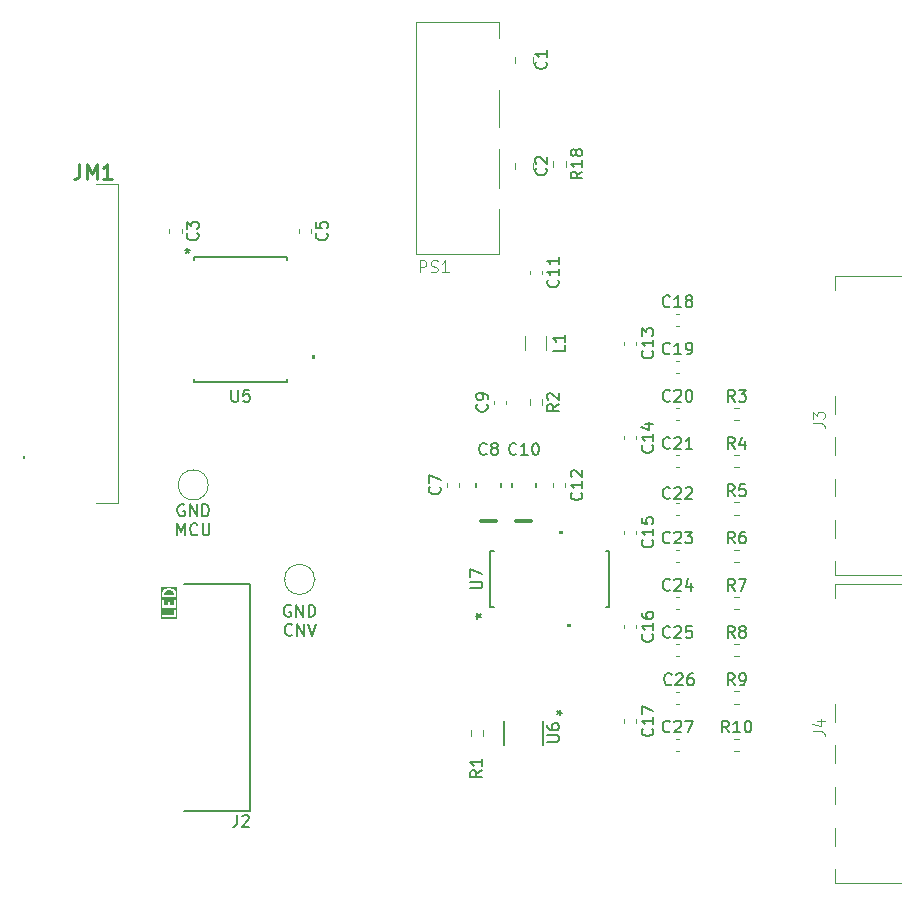
<source format=gbr>
%TF.GenerationSoftware,KiCad,Pcbnew,9.0.3*%
%TF.CreationDate,2025-07-19T18:36:15+03:00*%
%TF.ProjectId,PMCNV-AI4W,504d434e-562d-4414-9934-572e6b696361,rev?*%
%TF.SameCoordinates,Original*%
%TF.FileFunction,Legend,Top*%
%TF.FilePolarity,Positive*%
%FSLAX46Y46*%
G04 Gerber Fmt 4.6, Leading zero omitted, Abs format (unit mm)*
G04 Created by KiCad (PCBNEW 9.0.3) date 2025-07-19 18:36:15*
%MOMM*%
%LPD*%
G01*
G04 APERTURE LIST*
%ADD10C,0.150000*%
%ADD11C,0.200000*%
%ADD12C,0.100000*%
%ADD13C,0.254000*%
%ADD14C,0.120000*%
%ADD15C,0.152400*%
%ADD16C,0.300000*%
%ADD17C,0.000000*%
G04 APERTURE END LIST*
D10*
X-15761905Y-2197466D02*
X-15857143Y-2149847D01*
X-15857143Y-2149847D02*
X-16000000Y-2149847D01*
X-16000000Y-2149847D02*
X-16142857Y-2197466D01*
X-16142857Y-2197466D02*
X-16238095Y-2292704D01*
X-16238095Y-2292704D02*
X-16285714Y-2387942D01*
X-16285714Y-2387942D02*
X-16333333Y-2578418D01*
X-16333333Y-2578418D02*
X-16333333Y-2721275D01*
X-16333333Y-2721275D02*
X-16285714Y-2911751D01*
X-16285714Y-2911751D02*
X-16238095Y-3006989D01*
X-16238095Y-3006989D02*
X-16142857Y-3102228D01*
X-16142857Y-3102228D02*
X-16000000Y-3149847D01*
X-16000000Y-3149847D02*
X-15904762Y-3149847D01*
X-15904762Y-3149847D02*
X-15761905Y-3102228D01*
X-15761905Y-3102228D02*
X-15714286Y-3054608D01*
X-15714286Y-3054608D02*
X-15714286Y-2721275D01*
X-15714286Y-2721275D02*
X-15904762Y-2721275D01*
X-15285714Y-3149847D02*
X-15285714Y-2149847D01*
X-15285714Y-2149847D02*
X-14714286Y-3149847D01*
X-14714286Y-3149847D02*
X-14714286Y-2149847D01*
X-14238095Y-3149847D02*
X-14238095Y-2149847D01*
X-14238095Y-2149847D02*
X-14000000Y-2149847D01*
X-14000000Y-2149847D02*
X-13857143Y-2197466D01*
X-13857143Y-2197466D02*
X-13761905Y-2292704D01*
X-13761905Y-2292704D02*
X-13714286Y-2387942D01*
X-13714286Y-2387942D02*
X-13666667Y-2578418D01*
X-13666667Y-2578418D02*
X-13666667Y-2721275D01*
X-13666667Y-2721275D02*
X-13714286Y-2911751D01*
X-13714286Y-2911751D02*
X-13761905Y-3006989D01*
X-13761905Y-3006989D02*
X-13857143Y-3102228D01*
X-13857143Y-3102228D02*
X-14000000Y-3149847D01*
X-14000000Y-3149847D02*
X-14238095Y-3149847D01*
X-15642858Y-4664552D02*
X-15690477Y-4712172D01*
X-15690477Y-4712172D02*
X-15833334Y-4759791D01*
X-15833334Y-4759791D02*
X-15928572Y-4759791D01*
X-15928572Y-4759791D02*
X-16071429Y-4712172D01*
X-16071429Y-4712172D02*
X-16166667Y-4616933D01*
X-16166667Y-4616933D02*
X-16214286Y-4521695D01*
X-16214286Y-4521695D02*
X-16261905Y-4331219D01*
X-16261905Y-4331219D02*
X-16261905Y-4188362D01*
X-16261905Y-4188362D02*
X-16214286Y-3997886D01*
X-16214286Y-3997886D02*
X-16166667Y-3902648D01*
X-16166667Y-3902648D02*
X-16071429Y-3807410D01*
X-16071429Y-3807410D02*
X-15928572Y-3759791D01*
X-15928572Y-3759791D02*
X-15833334Y-3759791D01*
X-15833334Y-3759791D02*
X-15690477Y-3807410D01*
X-15690477Y-3807410D02*
X-15642858Y-3855029D01*
X-15214286Y-4759791D02*
X-15214286Y-3759791D01*
X-15214286Y-3759791D02*
X-14642858Y-4759791D01*
X-14642858Y-4759791D02*
X-14642858Y-3759791D01*
X-14309524Y-3759791D02*
X-13976191Y-4759791D01*
X-13976191Y-4759791D02*
X-13642858Y-3759791D01*
X-24761905Y6302534D02*
X-24857143Y6350153D01*
X-24857143Y6350153D02*
X-25000000Y6350153D01*
X-25000000Y6350153D02*
X-25142857Y6302534D01*
X-25142857Y6302534D02*
X-25238095Y6207296D01*
X-25238095Y6207296D02*
X-25285714Y6112058D01*
X-25285714Y6112058D02*
X-25333333Y5921582D01*
X-25333333Y5921582D02*
X-25333333Y5778725D01*
X-25333333Y5778725D02*
X-25285714Y5588249D01*
X-25285714Y5588249D02*
X-25238095Y5493011D01*
X-25238095Y5493011D02*
X-25142857Y5397772D01*
X-25142857Y5397772D02*
X-25000000Y5350153D01*
X-25000000Y5350153D02*
X-24904762Y5350153D01*
X-24904762Y5350153D02*
X-24761905Y5397772D01*
X-24761905Y5397772D02*
X-24714286Y5445392D01*
X-24714286Y5445392D02*
X-24714286Y5778725D01*
X-24714286Y5778725D02*
X-24904762Y5778725D01*
X-24285714Y5350153D02*
X-24285714Y6350153D01*
X-24285714Y6350153D02*
X-23714286Y5350153D01*
X-23714286Y5350153D02*
X-23714286Y6350153D01*
X-23238095Y5350153D02*
X-23238095Y6350153D01*
X-23238095Y6350153D02*
X-23000000Y6350153D01*
X-23000000Y6350153D02*
X-22857143Y6302534D01*
X-22857143Y6302534D02*
X-22761905Y6207296D01*
X-22761905Y6207296D02*
X-22714286Y6112058D01*
X-22714286Y6112058D02*
X-22666667Y5921582D01*
X-22666667Y5921582D02*
X-22666667Y5778725D01*
X-22666667Y5778725D02*
X-22714286Y5588249D01*
X-22714286Y5588249D02*
X-22761905Y5493011D01*
X-22761905Y5493011D02*
X-22857143Y5397772D01*
X-22857143Y5397772D02*
X-23000000Y5350153D01*
X-23000000Y5350153D02*
X-23238095Y5350153D01*
X-25357143Y3740209D02*
X-25357143Y4740209D01*
X-25357143Y4740209D02*
X-25023810Y4025924D01*
X-25023810Y4025924D02*
X-24690477Y4740209D01*
X-24690477Y4740209D02*
X-24690477Y3740209D01*
X-23642858Y3835448D02*
X-23690477Y3787828D01*
X-23690477Y3787828D02*
X-23833334Y3740209D01*
X-23833334Y3740209D02*
X-23928572Y3740209D01*
X-23928572Y3740209D02*
X-24071429Y3787828D01*
X-24071429Y3787828D02*
X-24166667Y3883067D01*
X-24166667Y3883067D02*
X-24214286Y3978305D01*
X-24214286Y3978305D02*
X-24261905Y4168781D01*
X-24261905Y4168781D02*
X-24261905Y4311638D01*
X-24261905Y4311638D02*
X-24214286Y4502114D01*
X-24214286Y4502114D02*
X-24166667Y4597352D01*
X-24166667Y4597352D02*
X-24071429Y4692590D01*
X-24071429Y4692590D02*
X-23928572Y4740209D01*
X-23928572Y4740209D02*
X-23833334Y4740209D01*
X-23833334Y4740209D02*
X-23690477Y4692590D01*
X-23690477Y4692590D02*
X-23642858Y4644971D01*
X-23214286Y4740209D02*
X-23214286Y3930686D01*
X-23214286Y3930686D02*
X-23166667Y3835448D01*
X-23166667Y3835448D02*
X-23119048Y3787828D01*
X-23119048Y3787828D02*
X-23023810Y3740209D01*
X-23023810Y3740209D02*
X-22833334Y3740209D01*
X-22833334Y3740209D02*
X-22738096Y3787828D01*
X-22738096Y3787828D02*
X-22690477Y3835448D01*
X-22690477Y3835448D02*
X-22642858Y3930686D01*
X-22642858Y3930686D02*
X-22642858Y4740209D01*
D11*
G36*
X-25820782Y-964024D02*
G01*
X-25749873Y-999478D01*
X-25682803Y-1066548D01*
X-25647781Y-1171613D01*
X-25647781Y-1293482D01*
X-26447781Y-1293482D01*
X-26447781Y-1171614D01*
X-26412760Y-1066549D01*
X-26345687Y-999477D01*
X-26274782Y-964024D01*
X-26106901Y-922054D01*
X-25988663Y-922054D01*
X-25820782Y-964024D01*
G37*
G36*
X-25336670Y-3318879D02*
G01*
X-26758892Y-3318879D01*
X-26758892Y-3088259D01*
X-26645860Y-3088259D01*
X-26645860Y-3127277D01*
X-26630928Y-3163325D01*
X-26603338Y-3190915D01*
X-26567290Y-3205847D01*
X-26547781Y-3207768D01*
X-25547781Y-3207768D01*
X-25528272Y-3205847D01*
X-25492224Y-3190915D01*
X-25464634Y-3163325D01*
X-25449702Y-3127277D01*
X-25447781Y-3107768D01*
X-25447781Y-2631578D01*
X-25449702Y-2612069D01*
X-25464634Y-2576021D01*
X-25492224Y-2548431D01*
X-25528272Y-2533499D01*
X-25567290Y-2533499D01*
X-25603338Y-2548431D01*
X-25630928Y-2576021D01*
X-25645860Y-2612069D01*
X-25647781Y-2631578D01*
X-25647781Y-3007768D01*
X-26547781Y-3007768D01*
X-26567290Y-3009689D01*
X-26603338Y-3024621D01*
X-26630928Y-3052211D01*
X-26645860Y-3088259D01*
X-26758892Y-3088259D01*
X-26758892Y-1822054D01*
X-26647781Y-1822054D01*
X-26647781Y-2298244D01*
X-26645860Y-2317753D01*
X-26630928Y-2353801D01*
X-26603338Y-2381391D01*
X-26567290Y-2396323D01*
X-26547781Y-2398244D01*
X-25547781Y-2398244D01*
X-25528272Y-2396323D01*
X-25492224Y-2381391D01*
X-25464634Y-2353801D01*
X-25449702Y-2317753D01*
X-25447781Y-2298244D01*
X-25447781Y-1822054D01*
X-25449702Y-1802545D01*
X-25464634Y-1766497D01*
X-25492224Y-1738907D01*
X-25528272Y-1723975D01*
X-25567290Y-1723975D01*
X-25603338Y-1738907D01*
X-25630928Y-1766497D01*
X-25645860Y-1802545D01*
X-25647781Y-1822054D01*
X-25647781Y-2198244D01*
X-25971591Y-2198244D01*
X-25971591Y-1964911D01*
X-25973512Y-1945402D01*
X-25988444Y-1909354D01*
X-26016034Y-1881764D01*
X-26052082Y-1866832D01*
X-26091100Y-1866832D01*
X-26127148Y-1881764D01*
X-26154738Y-1909354D01*
X-26169670Y-1945402D01*
X-26171591Y-1964911D01*
X-26171591Y-2198244D01*
X-26447781Y-2198244D01*
X-26447781Y-1822054D01*
X-26449702Y-1802545D01*
X-26464634Y-1766497D01*
X-26492224Y-1738907D01*
X-26528272Y-1723975D01*
X-26567290Y-1723975D01*
X-26603338Y-1738907D01*
X-26630928Y-1766497D01*
X-26645860Y-1802545D01*
X-26647781Y-1822054D01*
X-26758892Y-1822054D01*
X-26758892Y-1155387D01*
X-26647781Y-1155387D01*
X-26647781Y-1393482D01*
X-26645860Y-1412991D01*
X-26630928Y-1449039D01*
X-26603338Y-1476629D01*
X-26567290Y-1491561D01*
X-26547781Y-1493482D01*
X-25547781Y-1493482D01*
X-25528272Y-1491561D01*
X-25492224Y-1476629D01*
X-25464634Y-1449039D01*
X-25449702Y-1412991D01*
X-25447781Y-1393482D01*
X-25447781Y-1155387D01*
X-25448754Y-1145513D01*
X-25448566Y-1142879D01*
X-25449354Y-1139415D01*
X-25449702Y-1135878D01*
X-25450714Y-1133436D01*
X-25452913Y-1123764D01*
X-25500532Y-980907D01*
X-25508523Y-963007D01*
X-25510878Y-960291D01*
X-25512253Y-956972D01*
X-25524689Y-941819D01*
X-25619929Y-846581D01*
X-25627599Y-840286D01*
X-25629328Y-838292D01*
X-25632333Y-836400D01*
X-25635082Y-834144D01*
X-25637526Y-833131D01*
X-25645918Y-827849D01*
X-25741156Y-780230D01*
X-25742583Y-779684D01*
X-25743163Y-779254D01*
X-25751340Y-776332D01*
X-25759464Y-773224D01*
X-25760187Y-773172D01*
X-25761624Y-772659D01*
X-25952099Y-725040D01*
X-25955481Y-724539D01*
X-25956844Y-723975D01*
X-25964195Y-723251D01*
X-25971492Y-722172D01*
X-25972951Y-722389D01*
X-25976353Y-722054D01*
X-26119210Y-722054D01*
X-26122613Y-722389D01*
X-26124071Y-722172D01*
X-26131369Y-723251D01*
X-26138719Y-723975D01*
X-26140083Y-724539D01*
X-26143464Y-725040D01*
X-26333940Y-772659D01*
X-26335379Y-773172D01*
X-26336099Y-773224D01*
X-26344224Y-776332D01*
X-26352400Y-779254D01*
X-26352980Y-779683D01*
X-26354408Y-780230D01*
X-26449645Y-827849D01*
X-26458044Y-833135D01*
X-26460481Y-834145D01*
X-26463225Y-836396D01*
X-26466236Y-838292D01*
X-26467969Y-840289D01*
X-26475635Y-846581D01*
X-26570873Y-941819D01*
X-26583309Y-956973D01*
X-26584684Y-960291D01*
X-26587039Y-963007D01*
X-26595030Y-980908D01*
X-26642649Y-1123764D01*
X-26644849Y-1133435D01*
X-26645860Y-1135878D01*
X-26646209Y-1139416D01*
X-26646996Y-1142880D01*
X-26646809Y-1145513D01*
X-26647781Y-1155387D01*
X-26758892Y-1155387D01*
X-26758892Y-610943D01*
X-25336670Y-610943D01*
X-25336670Y-3318879D01*
G37*
D10*
X21833333Y7045181D02*
X21500000Y7521372D01*
X21261905Y7045181D02*
X21261905Y8045181D01*
X21261905Y8045181D02*
X21642857Y8045181D01*
X21642857Y8045181D02*
X21738095Y7997562D01*
X21738095Y7997562D02*
X21785714Y7949943D01*
X21785714Y7949943D02*
X21833333Y7854705D01*
X21833333Y7854705D02*
X21833333Y7711848D01*
X21833333Y7711848D02*
X21785714Y7616610D01*
X21785714Y7616610D02*
X21738095Y7568991D01*
X21738095Y7568991D02*
X21642857Y7521372D01*
X21642857Y7521372D02*
X21261905Y7521372D01*
X22738095Y8045181D02*
X22261905Y8045181D01*
X22261905Y8045181D02*
X22214286Y7568991D01*
X22214286Y7568991D02*
X22261905Y7616610D01*
X22261905Y7616610D02*
X22357143Y7664229D01*
X22357143Y7664229D02*
X22595238Y7664229D01*
X22595238Y7664229D02*
X22690476Y7616610D01*
X22690476Y7616610D02*
X22738095Y7568991D01*
X22738095Y7568991D02*
X22785714Y7473753D01*
X22785714Y7473753D02*
X22785714Y7235658D01*
X22785714Y7235658D02*
X22738095Y7140420D01*
X22738095Y7140420D02*
X22690476Y7092800D01*
X22690476Y7092800D02*
X22595238Y7045181D01*
X22595238Y7045181D02*
X22357143Y7045181D01*
X22357143Y7045181D02*
X22261905Y7092800D01*
X22261905Y7092800D02*
X22214286Y7140420D01*
X21833333Y-8954819D02*
X21500000Y-8478628D01*
X21261905Y-8954819D02*
X21261905Y-7954819D01*
X21261905Y-7954819D02*
X21642857Y-7954819D01*
X21642857Y-7954819D02*
X21738095Y-8002438D01*
X21738095Y-8002438D02*
X21785714Y-8050057D01*
X21785714Y-8050057D02*
X21833333Y-8145295D01*
X21833333Y-8145295D02*
X21833333Y-8288152D01*
X21833333Y-8288152D02*
X21785714Y-8383390D01*
X21785714Y-8383390D02*
X21738095Y-8431009D01*
X21738095Y-8431009D02*
X21642857Y-8478628D01*
X21642857Y-8478628D02*
X21261905Y-8478628D01*
X22309524Y-8954819D02*
X22500000Y-8954819D01*
X22500000Y-8954819D02*
X22595238Y-8907200D01*
X22595238Y-8907200D02*
X22642857Y-8859580D01*
X22642857Y-8859580D02*
X22738095Y-8716723D01*
X22738095Y-8716723D02*
X22785714Y-8526247D01*
X22785714Y-8526247D02*
X22785714Y-8145295D01*
X22785714Y-8145295D02*
X22738095Y-8050057D01*
X22738095Y-8050057D02*
X22690476Y-8002438D01*
X22690476Y-8002438D02*
X22595238Y-7954819D01*
X22595238Y-7954819D02*
X22404762Y-7954819D01*
X22404762Y-7954819D02*
X22309524Y-8002438D01*
X22309524Y-8002438D02*
X22261905Y-8050057D01*
X22261905Y-8050057D02*
X22214286Y-8145295D01*
X22214286Y-8145295D02*
X22214286Y-8383390D01*
X22214286Y-8383390D02*
X22261905Y-8478628D01*
X22261905Y-8478628D02*
X22309524Y-8526247D01*
X22309524Y-8526247D02*
X22404762Y-8573866D01*
X22404762Y-8573866D02*
X22595238Y-8573866D01*
X22595238Y-8573866D02*
X22690476Y-8526247D01*
X22690476Y-8526247D02*
X22738095Y-8478628D01*
X22738095Y-8478628D02*
X22785714Y-8383390D01*
X16357142Y15140420D02*
X16309523Y15092800D01*
X16309523Y15092800D02*
X16166666Y15045181D01*
X16166666Y15045181D02*
X16071428Y15045181D01*
X16071428Y15045181D02*
X15928571Y15092800D01*
X15928571Y15092800D02*
X15833333Y15188039D01*
X15833333Y15188039D02*
X15785714Y15283277D01*
X15785714Y15283277D02*
X15738095Y15473753D01*
X15738095Y15473753D02*
X15738095Y15616610D01*
X15738095Y15616610D02*
X15785714Y15807086D01*
X15785714Y15807086D02*
X15833333Y15902324D01*
X15833333Y15902324D02*
X15928571Y15997562D01*
X15928571Y15997562D02*
X16071428Y16045181D01*
X16071428Y16045181D02*
X16166666Y16045181D01*
X16166666Y16045181D02*
X16309523Y15997562D01*
X16309523Y15997562D02*
X16357142Y15949943D01*
X16738095Y15949943D02*
X16785714Y15997562D01*
X16785714Y15997562D02*
X16880952Y16045181D01*
X16880952Y16045181D02*
X17119047Y16045181D01*
X17119047Y16045181D02*
X17214285Y15997562D01*
X17214285Y15997562D02*
X17261904Y15949943D01*
X17261904Y15949943D02*
X17309523Y15854705D01*
X17309523Y15854705D02*
X17309523Y15759467D01*
X17309523Y15759467D02*
X17261904Y15616610D01*
X17261904Y15616610D02*
X16690476Y15045181D01*
X16690476Y15045181D02*
X17309523Y15045181D01*
X17928571Y16045181D02*
X18023809Y16045181D01*
X18023809Y16045181D02*
X18119047Y15997562D01*
X18119047Y15997562D02*
X18166666Y15949943D01*
X18166666Y15949943D02*
X18214285Y15854705D01*
X18214285Y15854705D02*
X18261904Y15664229D01*
X18261904Y15664229D02*
X18261904Y15426134D01*
X18261904Y15426134D02*
X18214285Y15235658D01*
X18214285Y15235658D02*
X18166666Y15140420D01*
X18166666Y15140420D02*
X18119047Y15092800D01*
X18119047Y15092800D02*
X18023809Y15045181D01*
X18023809Y15045181D02*
X17928571Y15045181D01*
X17928571Y15045181D02*
X17833333Y15092800D01*
X17833333Y15092800D02*
X17785714Y15140420D01*
X17785714Y15140420D02*
X17738095Y15235658D01*
X17738095Y15235658D02*
X17690476Y15426134D01*
X17690476Y15426134D02*
X17690476Y15664229D01*
X17690476Y15664229D02*
X17738095Y15854705D01*
X17738095Y15854705D02*
X17785714Y15949943D01*
X17785714Y15949943D02*
X17833333Y15997562D01*
X17833333Y15997562D02*
X17928571Y16045181D01*
X16357142Y11140420D02*
X16309523Y11092800D01*
X16309523Y11092800D02*
X16166666Y11045181D01*
X16166666Y11045181D02*
X16071428Y11045181D01*
X16071428Y11045181D02*
X15928571Y11092800D01*
X15928571Y11092800D02*
X15833333Y11188039D01*
X15833333Y11188039D02*
X15785714Y11283277D01*
X15785714Y11283277D02*
X15738095Y11473753D01*
X15738095Y11473753D02*
X15738095Y11616610D01*
X15738095Y11616610D02*
X15785714Y11807086D01*
X15785714Y11807086D02*
X15833333Y11902324D01*
X15833333Y11902324D02*
X15928571Y11997562D01*
X15928571Y11997562D02*
X16071428Y12045181D01*
X16071428Y12045181D02*
X16166666Y12045181D01*
X16166666Y12045181D02*
X16309523Y11997562D01*
X16309523Y11997562D02*
X16357142Y11949943D01*
X16738095Y11949943D02*
X16785714Y11997562D01*
X16785714Y11997562D02*
X16880952Y12045181D01*
X16880952Y12045181D02*
X17119047Y12045181D01*
X17119047Y12045181D02*
X17214285Y11997562D01*
X17214285Y11997562D02*
X17261904Y11949943D01*
X17261904Y11949943D02*
X17309523Y11854705D01*
X17309523Y11854705D02*
X17309523Y11759467D01*
X17309523Y11759467D02*
X17261904Y11616610D01*
X17261904Y11616610D02*
X16690476Y11045181D01*
X16690476Y11045181D02*
X17309523Y11045181D01*
X18261904Y11045181D02*
X17690476Y11045181D01*
X17976190Y11045181D02*
X17976190Y12045181D01*
X17976190Y12045181D02*
X17880952Y11902324D01*
X17880952Y11902324D02*
X17785714Y11807086D01*
X17785714Y11807086D02*
X17690476Y11759467D01*
X859580Y14833334D02*
X907200Y14785715D01*
X907200Y14785715D02*
X954819Y14642858D01*
X954819Y14642858D02*
X954819Y14547620D01*
X954819Y14547620D02*
X907200Y14404763D01*
X907200Y14404763D02*
X811961Y14309525D01*
X811961Y14309525D02*
X716723Y14261906D01*
X716723Y14261906D02*
X526247Y14214287D01*
X526247Y14214287D02*
X383390Y14214287D01*
X383390Y14214287D02*
X192914Y14261906D01*
X192914Y14261906D02*
X97676Y14309525D01*
X97676Y14309525D02*
X2438Y14404763D01*
X2438Y14404763D02*
X-45181Y14547620D01*
X-45181Y14547620D02*
X-45181Y14642858D01*
X-45181Y14642858D02*
X2438Y14785715D01*
X2438Y14785715D02*
X50057Y14833334D01*
X954819Y15309525D02*
X954819Y15500001D01*
X954819Y15500001D02*
X907200Y15595239D01*
X907200Y15595239D02*
X859580Y15642858D01*
X859580Y15642858D02*
X716723Y15738096D01*
X716723Y15738096D02*
X526247Y15785715D01*
X526247Y15785715D02*
X145295Y15785715D01*
X145295Y15785715D02*
X50057Y15738096D01*
X50057Y15738096D02*
X2438Y15690477D01*
X2438Y15690477D02*
X-45181Y15595239D01*
X-45181Y15595239D02*
X-45181Y15404763D01*
X-45181Y15404763D02*
X2438Y15309525D01*
X2438Y15309525D02*
X50057Y15261906D01*
X50057Y15261906D02*
X145295Y15214287D01*
X145295Y15214287D02*
X383390Y15214287D01*
X383390Y15214287D02*
X478628Y15261906D01*
X478628Y15261906D02*
X526247Y15309525D01*
X526247Y15309525D02*
X573866Y15404763D01*
X573866Y15404763D02*
X573866Y15595239D01*
X573866Y15595239D02*
X526247Y15690477D01*
X526247Y15690477D02*
X478628Y15738096D01*
X478628Y15738096D02*
X383390Y15785715D01*
X14859580Y-12642857D02*
X14907200Y-12690476D01*
X14907200Y-12690476D02*
X14954819Y-12833333D01*
X14954819Y-12833333D02*
X14954819Y-12928571D01*
X14954819Y-12928571D02*
X14907200Y-13071428D01*
X14907200Y-13071428D02*
X14811961Y-13166666D01*
X14811961Y-13166666D02*
X14716723Y-13214285D01*
X14716723Y-13214285D02*
X14526247Y-13261904D01*
X14526247Y-13261904D02*
X14383390Y-13261904D01*
X14383390Y-13261904D02*
X14192914Y-13214285D01*
X14192914Y-13214285D02*
X14097676Y-13166666D01*
X14097676Y-13166666D02*
X14002438Y-13071428D01*
X14002438Y-13071428D02*
X13954819Y-12928571D01*
X13954819Y-12928571D02*
X13954819Y-12833333D01*
X13954819Y-12833333D02*
X14002438Y-12690476D01*
X14002438Y-12690476D02*
X14050057Y-12642857D01*
X14954819Y-11690476D02*
X14954819Y-12261904D01*
X14954819Y-11976190D02*
X13954819Y-11976190D01*
X13954819Y-11976190D02*
X14097676Y-12071428D01*
X14097676Y-12071428D02*
X14192914Y-12166666D01*
X14192914Y-12166666D02*
X14240533Y-12261904D01*
X13954819Y-11357142D02*
X13954819Y-10690476D01*
X13954819Y-10690476D02*
X14954819Y-11119047D01*
D12*
X28457419Y13206667D02*
X29171704Y13206667D01*
X29171704Y13206667D02*
X29314561Y13159048D01*
X29314561Y13159048D02*
X29409800Y13063810D01*
X29409800Y13063810D02*
X29457419Y12920953D01*
X29457419Y12920953D02*
X29457419Y12825715D01*
X28457419Y13587620D02*
X28457419Y14206667D01*
X28457419Y14206667D02*
X28838371Y13873334D01*
X28838371Y13873334D02*
X28838371Y14016191D01*
X28838371Y14016191D02*
X28885990Y14111429D01*
X28885990Y14111429D02*
X28933609Y14159048D01*
X28933609Y14159048D02*
X29028847Y14206667D01*
X29028847Y14206667D02*
X29266942Y14206667D01*
X29266942Y14206667D02*
X29362180Y14159048D01*
X29362180Y14159048D02*
X29409800Y14111429D01*
X29409800Y14111429D02*
X29457419Y14016191D01*
X29457419Y14016191D02*
X29457419Y13730477D01*
X29457419Y13730477D02*
X29409800Y13635239D01*
X29409800Y13635239D02*
X29362180Y13587620D01*
D10*
X14859580Y11357143D02*
X14907200Y11309524D01*
X14907200Y11309524D02*
X14954819Y11166667D01*
X14954819Y11166667D02*
X14954819Y11071429D01*
X14954819Y11071429D02*
X14907200Y10928572D01*
X14907200Y10928572D02*
X14811961Y10833334D01*
X14811961Y10833334D02*
X14716723Y10785715D01*
X14716723Y10785715D02*
X14526247Y10738096D01*
X14526247Y10738096D02*
X14383390Y10738096D01*
X14383390Y10738096D02*
X14192914Y10785715D01*
X14192914Y10785715D02*
X14097676Y10833334D01*
X14097676Y10833334D02*
X14002438Y10928572D01*
X14002438Y10928572D02*
X13954819Y11071429D01*
X13954819Y11071429D02*
X13954819Y11166667D01*
X13954819Y11166667D02*
X14002438Y11309524D01*
X14002438Y11309524D02*
X14050057Y11357143D01*
X14954819Y12309524D02*
X14954819Y11738096D01*
X14954819Y12023810D02*
X13954819Y12023810D01*
X13954819Y12023810D02*
X14097676Y11928572D01*
X14097676Y11928572D02*
X14192914Y11833334D01*
X14192914Y11833334D02*
X14240533Y11738096D01*
X14288152Y13166667D02*
X14954819Y13166667D01*
X13907200Y12928572D02*
X14621485Y12690477D01*
X14621485Y12690477D02*
X14621485Y13309524D01*
X16357142Y19140420D02*
X16309523Y19092800D01*
X16309523Y19092800D02*
X16166666Y19045181D01*
X16166666Y19045181D02*
X16071428Y19045181D01*
X16071428Y19045181D02*
X15928571Y19092800D01*
X15928571Y19092800D02*
X15833333Y19188039D01*
X15833333Y19188039D02*
X15785714Y19283277D01*
X15785714Y19283277D02*
X15738095Y19473753D01*
X15738095Y19473753D02*
X15738095Y19616610D01*
X15738095Y19616610D02*
X15785714Y19807086D01*
X15785714Y19807086D02*
X15833333Y19902324D01*
X15833333Y19902324D02*
X15928571Y19997562D01*
X15928571Y19997562D02*
X16071428Y20045181D01*
X16071428Y20045181D02*
X16166666Y20045181D01*
X16166666Y20045181D02*
X16309523Y19997562D01*
X16309523Y19997562D02*
X16357142Y19949943D01*
X17309523Y19045181D02*
X16738095Y19045181D01*
X17023809Y19045181D02*
X17023809Y20045181D01*
X17023809Y20045181D02*
X16928571Y19902324D01*
X16928571Y19902324D02*
X16833333Y19807086D01*
X16833333Y19807086D02*
X16738095Y19759467D01*
X17785714Y19045181D02*
X17976190Y19045181D01*
X17976190Y19045181D02*
X18071428Y19092800D01*
X18071428Y19092800D02*
X18119047Y19140420D01*
X18119047Y19140420D02*
X18214285Y19283277D01*
X18214285Y19283277D02*
X18261904Y19473753D01*
X18261904Y19473753D02*
X18261904Y19854705D01*
X18261904Y19854705D02*
X18214285Y19949943D01*
X18214285Y19949943D02*
X18166666Y19997562D01*
X18166666Y19997562D02*
X18071428Y20045181D01*
X18071428Y20045181D02*
X17880952Y20045181D01*
X17880952Y20045181D02*
X17785714Y19997562D01*
X17785714Y19997562D02*
X17738095Y19949943D01*
X17738095Y19949943D02*
X17690476Y19854705D01*
X17690476Y19854705D02*
X17690476Y19616610D01*
X17690476Y19616610D02*
X17738095Y19521372D01*
X17738095Y19521372D02*
X17785714Y19473753D01*
X17785714Y19473753D02*
X17880952Y19426134D01*
X17880952Y19426134D02*
X18071428Y19426134D01*
X18071428Y19426134D02*
X18166666Y19473753D01*
X18166666Y19473753D02*
X18214285Y19521372D01*
X18214285Y19521372D02*
X18261904Y19616610D01*
X14859580Y3357143D02*
X14907200Y3309524D01*
X14907200Y3309524D02*
X14954819Y3166667D01*
X14954819Y3166667D02*
X14954819Y3071429D01*
X14954819Y3071429D02*
X14907200Y2928572D01*
X14907200Y2928572D02*
X14811961Y2833334D01*
X14811961Y2833334D02*
X14716723Y2785715D01*
X14716723Y2785715D02*
X14526247Y2738096D01*
X14526247Y2738096D02*
X14383390Y2738096D01*
X14383390Y2738096D02*
X14192914Y2785715D01*
X14192914Y2785715D02*
X14097676Y2833334D01*
X14097676Y2833334D02*
X14002438Y2928572D01*
X14002438Y2928572D02*
X13954819Y3071429D01*
X13954819Y3071429D02*
X13954819Y3166667D01*
X13954819Y3166667D02*
X14002438Y3309524D01*
X14002438Y3309524D02*
X14050057Y3357143D01*
X14954819Y4309524D02*
X14954819Y3738096D01*
X14954819Y4023810D02*
X13954819Y4023810D01*
X13954819Y4023810D02*
X14097676Y3928572D01*
X14097676Y3928572D02*
X14192914Y3833334D01*
X14192914Y3833334D02*
X14240533Y3738096D01*
X13954819Y5214286D02*
X13954819Y4738096D01*
X13954819Y4738096D02*
X14431009Y4690477D01*
X14431009Y4690477D02*
X14383390Y4738096D01*
X14383390Y4738096D02*
X14335771Y4833334D01*
X14335771Y4833334D02*
X14335771Y5071429D01*
X14335771Y5071429D02*
X14383390Y5166667D01*
X14383390Y5166667D02*
X14431009Y5214286D01*
X14431009Y5214286D02*
X14526247Y5261905D01*
X14526247Y5261905D02*
X14764342Y5261905D01*
X14764342Y5261905D02*
X14859580Y5214286D01*
X14859580Y5214286D02*
X14907200Y5166667D01*
X14907200Y5166667D02*
X14954819Y5071429D01*
X14954819Y5071429D02*
X14954819Y4833334D01*
X14954819Y4833334D02*
X14907200Y4738096D01*
X14907200Y4738096D02*
X14859580Y4690477D01*
X16357142Y23140420D02*
X16309523Y23092800D01*
X16309523Y23092800D02*
X16166666Y23045181D01*
X16166666Y23045181D02*
X16071428Y23045181D01*
X16071428Y23045181D02*
X15928571Y23092800D01*
X15928571Y23092800D02*
X15833333Y23188039D01*
X15833333Y23188039D02*
X15785714Y23283277D01*
X15785714Y23283277D02*
X15738095Y23473753D01*
X15738095Y23473753D02*
X15738095Y23616610D01*
X15738095Y23616610D02*
X15785714Y23807086D01*
X15785714Y23807086D02*
X15833333Y23902324D01*
X15833333Y23902324D02*
X15928571Y23997562D01*
X15928571Y23997562D02*
X16071428Y24045181D01*
X16071428Y24045181D02*
X16166666Y24045181D01*
X16166666Y24045181D02*
X16309523Y23997562D01*
X16309523Y23997562D02*
X16357142Y23949943D01*
X17309523Y23045181D02*
X16738095Y23045181D01*
X17023809Y23045181D02*
X17023809Y24045181D01*
X17023809Y24045181D02*
X16928571Y23902324D01*
X16928571Y23902324D02*
X16833333Y23807086D01*
X16833333Y23807086D02*
X16738095Y23759467D01*
X17880952Y23616610D02*
X17785714Y23664229D01*
X17785714Y23664229D02*
X17738095Y23711848D01*
X17738095Y23711848D02*
X17690476Y23807086D01*
X17690476Y23807086D02*
X17690476Y23854705D01*
X17690476Y23854705D02*
X17738095Y23949943D01*
X17738095Y23949943D02*
X17785714Y23997562D01*
X17785714Y23997562D02*
X17880952Y24045181D01*
X17880952Y24045181D02*
X18071428Y24045181D01*
X18071428Y24045181D02*
X18166666Y23997562D01*
X18166666Y23997562D02*
X18214285Y23949943D01*
X18214285Y23949943D02*
X18261904Y23854705D01*
X18261904Y23854705D02*
X18261904Y23807086D01*
X18261904Y23807086D02*
X18214285Y23711848D01*
X18214285Y23711848D02*
X18166666Y23664229D01*
X18166666Y23664229D02*
X18071428Y23616610D01*
X18071428Y23616610D02*
X17880952Y23616610D01*
X17880952Y23616610D02*
X17785714Y23568991D01*
X17785714Y23568991D02*
X17738095Y23521372D01*
X17738095Y23521372D02*
X17690476Y23426134D01*
X17690476Y23426134D02*
X17690476Y23235658D01*
X17690476Y23235658D02*
X17738095Y23140420D01*
X17738095Y23140420D02*
X17785714Y23092800D01*
X17785714Y23092800D02*
X17880952Y23045181D01*
X17880952Y23045181D02*
X18071428Y23045181D01*
X18071428Y23045181D02*
X18166666Y23092800D01*
X18166666Y23092800D02*
X18214285Y23140420D01*
X18214285Y23140420D02*
X18261904Y23235658D01*
X18261904Y23235658D02*
X18261904Y23426134D01*
X18261904Y23426134D02*
X18214285Y23521372D01*
X18214285Y23521372D02*
X18166666Y23568991D01*
X18166666Y23568991D02*
X18071428Y23616610D01*
X6954819Y14833334D02*
X6478628Y14500001D01*
X6954819Y14261906D02*
X5954819Y14261906D01*
X5954819Y14261906D02*
X5954819Y14642858D01*
X5954819Y14642858D02*
X6002438Y14738096D01*
X6002438Y14738096D02*
X6050057Y14785715D01*
X6050057Y14785715D02*
X6145295Y14833334D01*
X6145295Y14833334D02*
X6288152Y14833334D01*
X6288152Y14833334D02*
X6383390Y14785715D01*
X6383390Y14785715D02*
X6431009Y14738096D01*
X6431009Y14738096D02*
X6478628Y14642858D01*
X6478628Y14642858D02*
X6478628Y14261906D01*
X6050057Y15214287D02*
X6002438Y15261906D01*
X6002438Y15261906D02*
X5954819Y15357144D01*
X5954819Y15357144D02*
X5954819Y15595239D01*
X5954819Y15595239D02*
X6002438Y15690477D01*
X6002438Y15690477D02*
X6050057Y15738096D01*
X6050057Y15738096D02*
X6145295Y15785715D01*
X6145295Y15785715D02*
X6240533Y15785715D01*
X6240533Y15785715D02*
X6383390Y15738096D01*
X6383390Y15738096D02*
X6954819Y15166668D01*
X6954819Y15166668D02*
X6954819Y15785715D01*
X16357142Y-4859580D02*
X16309523Y-4907200D01*
X16309523Y-4907200D02*
X16166666Y-4954819D01*
X16166666Y-4954819D02*
X16071428Y-4954819D01*
X16071428Y-4954819D02*
X15928571Y-4907200D01*
X15928571Y-4907200D02*
X15833333Y-4811961D01*
X15833333Y-4811961D02*
X15785714Y-4716723D01*
X15785714Y-4716723D02*
X15738095Y-4526247D01*
X15738095Y-4526247D02*
X15738095Y-4383390D01*
X15738095Y-4383390D02*
X15785714Y-4192914D01*
X15785714Y-4192914D02*
X15833333Y-4097676D01*
X15833333Y-4097676D02*
X15928571Y-4002438D01*
X15928571Y-4002438D02*
X16071428Y-3954819D01*
X16071428Y-3954819D02*
X16166666Y-3954819D01*
X16166666Y-3954819D02*
X16309523Y-4002438D01*
X16309523Y-4002438D02*
X16357142Y-4050057D01*
X16738095Y-4050057D02*
X16785714Y-4002438D01*
X16785714Y-4002438D02*
X16880952Y-3954819D01*
X16880952Y-3954819D02*
X17119047Y-3954819D01*
X17119047Y-3954819D02*
X17214285Y-4002438D01*
X17214285Y-4002438D02*
X17261904Y-4050057D01*
X17261904Y-4050057D02*
X17309523Y-4145295D01*
X17309523Y-4145295D02*
X17309523Y-4240533D01*
X17309523Y-4240533D02*
X17261904Y-4383390D01*
X17261904Y-4383390D02*
X16690476Y-4954819D01*
X16690476Y-4954819D02*
X17309523Y-4954819D01*
X18214285Y-3954819D02*
X17738095Y-3954819D01*
X17738095Y-3954819D02*
X17690476Y-4431009D01*
X17690476Y-4431009D02*
X17738095Y-4383390D01*
X17738095Y-4383390D02*
X17833333Y-4335771D01*
X17833333Y-4335771D02*
X18071428Y-4335771D01*
X18071428Y-4335771D02*
X18166666Y-4383390D01*
X18166666Y-4383390D02*
X18214285Y-4431009D01*
X18214285Y-4431009D02*
X18261904Y-4526247D01*
X18261904Y-4526247D02*
X18261904Y-4764342D01*
X18261904Y-4764342D02*
X18214285Y-4859580D01*
X18214285Y-4859580D02*
X18166666Y-4907200D01*
X18166666Y-4907200D02*
X18071428Y-4954819D01*
X18071428Y-4954819D02*
X17833333Y-4954819D01*
X17833333Y-4954819D02*
X17738095Y-4907200D01*
X17738095Y-4907200D02*
X17690476Y-4859580D01*
X21833333Y11045181D02*
X21500000Y11521372D01*
X21261905Y11045181D02*
X21261905Y12045181D01*
X21261905Y12045181D02*
X21642857Y12045181D01*
X21642857Y12045181D02*
X21738095Y11997562D01*
X21738095Y11997562D02*
X21785714Y11949943D01*
X21785714Y11949943D02*
X21833333Y11854705D01*
X21833333Y11854705D02*
X21833333Y11711848D01*
X21833333Y11711848D02*
X21785714Y11616610D01*
X21785714Y11616610D02*
X21738095Y11568991D01*
X21738095Y11568991D02*
X21642857Y11521372D01*
X21642857Y11521372D02*
X21261905Y11521372D01*
X22690476Y11711848D02*
X22690476Y11045181D01*
X22452381Y12092800D02*
X22214286Y11378515D01*
X22214286Y11378515D02*
X22833333Y11378515D01*
X16357142Y3140420D02*
X16309523Y3092800D01*
X16309523Y3092800D02*
X16166666Y3045181D01*
X16166666Y3045181D02*
X16071428Y3045181D01*
X16071428Y3045181D02*
X15928571Y3092800D01*
X15928571Y3092800D02*
X15833333Y3188039D01*
X15833333Y3188039D02*
X15785714Y3283277D01*
X15785714Y3283277D02*
X15738095Y3473753D01*
X15738095Y3473753D02*
X15738095Y3616610D01*
X15738095Y3616610D02*
X15785714Y3807086D01*
X15785714Y3807086D02*
X15833333Y3902324D01*
X15833333Y3902324D02*
X15928571Y3997562D01*
X15928571Y3997562D02*
X16071428Y4045181D01*
X16071428Y4045181D02*
X16166666Y4045181D01*
X16166666Y4045181D02*
X16309523Y3997562D01*
X16309523Y3997562D02*
X16357142Y3949943D01*
X16738095Y3949943D02*
X16785714Y3997562D01*
X16785714Y3997562D02*
X16880952Y4045181D01*
X16880952Y4045181D02*
X17119047Y4045181D01*
X17119047Y4045181D02*
X17214285Y3997562D01*
X17214285Y3997562D02*
X17261904Y3949943D01*
X17261904Y3949943D02*
X17309523Y3854705D01*
X17309523Y3854705D02*
X17309523Y3759467D01*
X17309523Y3759467D02*
X17261904Y3616610D01*
X17261904Y3616610D02*
X16690476Y3045181D01*
X16690476Y3045181D02*
X17309523Y3045181D01*
X17642857Y4045181D02*
X18261904Y4045181D01*
X18261904Y4045181D02*
X17928571Y3664229D01*
X17928571Y3664229D02*
X18071428Y3664229D01*
X18071428Y3664229D02*
X18166666Y3616610D01*
X18166666Y3616610D02*
X18214285Y3568991D01*
X18214285Y3568991D02*
X18261904Y3473753D01*
X18261904Y3473753D02*
X18261904Y3235658D01*
X18261904Y3235658D02*
X18214285Y3140420D01*
X18214285Y3140420D02*
X18166666Y3092800D01*
X18166666Y3092800D02*
X18071428Y3045181D01*
X18071428Y3045181D02*
X17785714Y3045181D01*
X17785714Y3045181D02*
X17690476Y3092800D01*
X17690476Y3092800D02*
X17642857Y3140420D01*
X-3140420Y7833334D02*
X-3092800Y7785715D01*
X-3092800Y7785715D02*
X-3045181Y7642858D01*
X-3045181Y7642858D02*
X-3045181Y7547620D01*
X-3045181Y7547620D02*
X-3092800Y7404763D01*
X-3092800Y7404763D02*
X-3188039Y7309525D01*
X-3188039Y7309525D02*
X-3283277Y7261906D01*
X-3283277Y7261906D02*
X-3473753Y7214287D01*
X-3473753Y7214287D02*
X-3616610Y7214287D01*
X-3616610Y7214287D02*
X-3807086Y7261906D01*
X-3807086Y7261906D02*
X-3902324Y7309525D01*
X-3902324Y7309525D02*
X-3997562Y7404763D01*
X-3997562Y7404763D02*
X-4045181Y7547620D01*
X-4045181Y7547620D02*
X-4045181Y7642858D01*
X-4045181Y7642858D02*
X-3997562Y7785715D01*
X-3997562Y7785715D02*
X-3949943Y7833334D01*
X-4045181Y8166668D02*
X-4045181Y8833334D01*
X-4045181Y8833334D02*
X-3045181Y8404763D01*
X8954819Y34532143D02*
X8478628Y34198810D01*
X8954819Y33960715D02*
X7954819Y33960715D01*
X7954819Y33960715D02*
X7954819Y34341667D01*
X7954819Y34341667D02*
X8002438Y34436905D01*
X8002438Y34436905D02*
X8050057Y34484524D01*
X8050057Y34484524D02*
X8145295Y34532143D01*
X8145295Y34532143D02*
X8288152Y34532143D01*
X8288152Y34532143D02*
X8383390Y34484524D01*
X8383390Y34484524D02*
X8431009Y34436905D01*
X8431009Y34436905D02*
X8478628Y34341667D01*
X8478628Y34341667D02*
X8478628Y33960715D01*
X8954819Y35484524D02*
X8954819Y34913096D01*
X8954819Y35198810D02*
X7954819Y35198810D01*
X7954819Y35198810D02*
X8097676Y35103572D01*
X8097676Y35103572D02*
X8192914Y35008334D01*
X8192914Y35008334D02*
X8240533Y34913096D01*
X8383390Y36055953D02*
X8335771Y35960715D01*
X8335771Y35960715D02*
X8288152Y35913096D01*
X8288152Y35913096D02*
X8192914Y35865477D01*
X8192914Y35865477D02*
X8145295Y35865477D01*
X8145295Y35865477D02*
X8050057Y35913096D01*
X8050057Y35913096D02*
X8002438Y35960715D01*
X8002438Y35960715D02*
X7954819Y36055953D01*
X7954819Y36055953D02*
X7954819Y36246429D01*
X7954819Y36246429D02*
X8002438Y36341667D01*
X8002438Y36341667D02*
X8050057Y36389286D01*
X8050057Y36389286D02*
X8145295Y36436905D01*
X8145295Y36436905D02*
X8192914Y36436905D01*
X8192914Y36436905D02*
X8288152Y36389286D01*
X8288152Y36389286D02*
X8335771Y36341667D01*
X8335771Y36341667D02*
X8383390Y36246429D01*
X8383390Y36246429D02*
X8383390Y36055953D01*
X8383390Y36055953D02*
X8431009Y35960715D01*
X8431009Y35960715D02*
X8478628Y35913096D01*
X8478628Y35913096D02*
X8573866Y35865477D01*
X8573866Y35865477D02*
X8764342Y35865477D01*
X8764342Y35865477D02*
X8859580Y35913096D01*
X8859580Y35913096D02*
X8907200Y35960715D01*
X8907200Y35960715D02*
X8954819Y36055953D01*
X8954819Y36055953D02*
X8954819Y36246429D01*
X8954819Y36246429D02*
X8907200Y36341667D01*
X8907200Y36341667D02*
X8859580Y36389286D01*
X8859580Y36389286D02*
X8764342Y36436905D01*
X8764342Y36436905D02*
X8573866Y36436905D01*
X8573866Y36436905D02*
X8478628Y36389286D01*
X8478628Y36389286D02*
X8431009Y36341667D01*
X8431009Y36341667D02*
X8383390Y36246429D01*
X7454819Y19833334D02*
X7454819Y19357144D01*
X7454819Y19357144D02*
X6454819Y19357144D01*
X7454819Y20690477D02*
X7454819Y20119049D01*
X7454819Y20404763D02*
X6454819Y20404763D01*
X6454819Y20404763D02*
X6597676Y20309525D01*
X6597676Y20309525D02*
X6692914Y20214287D01*
X6692914Y20214287D02*
X6740533Y20119049D01*
D12*
X28457419Y-12873333D02*
X29171704Y-12873333D01*
X29171704Y-12873333D02*
X29314561Y-12920952D01*
X29314561Y-12920952D02*
X29409800Y-13016190D01*
X29409800Y-13016190D02*
X29457419Y-13159047D01*
X29457419Y-13159047D02*
X29457419Y-13254285D01*
X28790752Y-11968571D02*
X29457419Y-11968571D01*
X28409800Y-12206666D02*
X29124085Y-12444761D01*
X29124085Y-12444761D02*
X29124085Y-11825714D01*
D10*
X-20289161Y-19954819D02*
X-20289161Y-20669104D01*
X-20289161Y-20669104D02*
X-20336780Y-20811961D01*
X-20336780Y-20811961D02*
X-20432018Y-20907200D01*
X-20432018Y-20907200D02*
X-20574875Y-20954819D01*
X-20574875Y-20954819D02*
X-20670113Y-20954819D01*
X-19860589Y-20050057D02*
X-19812970Y-20002438D01*
X-19812970Y-20002438D02*
X-19717732Y-19954819D01*
X-19717732Y-19954819D02*
X-19479637Y-19954819D01*
X-19479637Y-19954819D02*
X-19384399Y-20002438D01*
X-19384399Y-20002438D02*
X-19336780Y-20050057D01*
X-19336780Y-20050057D02*
X-19289161Y-20145295D01*
X-19289161Y-20145295D02*
X-19289161Y-20240533D01*
X-19289161Y-20240533D02*
X-19336780Y-20383390D01*
X-19336780Y-20383390D02*
X-19908208Y-20954819D01*
X-19908208Y-20954819D02*
X-19289161Y-20954819D01*
X454819Y-16166666D02*
X-21372Y-16499999D01*
X454819Y-16738094D02*
X-545181Y-16738094D01*
X-545181Y-16738094D02*
X-545181Y-16357142D01*
X-545181Y-16357142D02*
X-497562Y-16261904D01*
X-497562Y-16261904D02*
X-449943Y-16214285D01*
X-449943Y-16214285D02*
X-354705Y-16166666D01*
X-354705Y-16166666D02*
X-211848Y-16166666D01*
X-211848Y-16166666D02*
X-116610Y-16214285D01*
X-116610Y-16214285D02*
X-68991Y-16261904D01*
X-68991Y-16261904D02*
X-21372Y-16357142D01*
X-21372Y-16357142D02*
X-21372Y-16738094D01*
X454819Y-15214285D02*
X454819Y-15785713D01*
X454819Y-15499999D02*
X-545181Y-15499999D01*
X-545181Y-15499999D02*
X-402324Y-15595237D01*
X-402324Y-15595237D02*
X-307086Y-15690475D01*
X-307086Y-15690475D02*
X-259467Y-15785713D01*
X833333Y10640420D02*
X785714Y10592800D01*
X785714Y10592800D02*
X642857Y10545181D01*
X642857Y10545181D02*
X547619Y10545181D01*
X547619Y10545181D02*
X404762Y10592800D01*
X404762Y10592800D02*
X309524Y10688039D01*
X309524Y10688039D02*
X261905Y10783277D01*
X261905Y10783277D02*
X214286Y10973753D01*
X214286Y10973753D02*
X214286Y11116610D01*
X214286Y11116610D02*
X261905Y11307086D01*
X261905Y11307086D02*
X309524Y11402324D01*
X309524Y11402324D02*
X404762Y11497562D01*
X404762Y11497562D02*
X547619Y11545181D01*
X547619Y11545181D02*
X642857Y11545181D01*
X642857Y11545181D02*
X785714Y11497562D01*
X785714Y11497562D02*
X833333Y11449943D01*
X1404762Y11116610D02*
X1309524Y11164229D01*
X1309524Y11164229D02*
X1261905Y11211848D01*
X1261905Y11211848D02*
X1214286Y11307086D01*
X1214286Y11307086D02*
X1214286Y11354705D01*
X1214286Y11354705D02*
X1261905Y11449943D01*
X1261905Y11449943D02*
X1309524Y11497562D01*
X1309524Y11497562D02*
X1404762Y11545181D01*
X1404762Y11545181D02*
X1595238Y11545181D01*
X1595238Y11545181D02*
X1690476Y11497562D01*
X1690476Y11497562D02*
X1738095Y11449943D01*
X1738095Y11449943D02*
X1785714Y11354705D01*
X1785714Y11354705D02*
X1785714Y11307086D01*
X1785714Y11307086D02*
X1738095Y11211848D01*
X1738095Y11211848D02*
X1690476Y11164229D01*
X1690476Y11164229D02*
X1595238Y11116610D01*
X1595238Y11116610D02*
X1404762Y11116610D01*
X1404762Y11116610D02*
X1309524Y11068991D01*
X1309524Y11068991D02*
X1261905Y11021372D01*
X1261905Y11021372D02*
X1214286Y10926134D01*
X1214286Y10926134D02*
X1214286Y10735658D01*
X1214286Y10735658D02*
X1261905Y10640420D01*
X1261905Y10640420D02*
X1309524Y10592800D01*
X1309524Y10592800D02*
X1404762Y10545181D01*
X1404762Y10545181D02*
X1595238Y10545181D01*
X1595238Y10545181D02*
X1690476Y10592800D01*
X1690476Y10592800D02*
X1738095Y10640420D01*
X1738095Y10640420D02*
X1785714Y10735658D01*
X1785714Y10735658D02*
X1785714Y10926134D01*
X1785714Y10926134D02*
X1738095Y11021372D01*
X1738095Y11021372D02*
X1690476Y11068991D01*
X1690476Y11068991D02*
X1595238Y11116610D01*
X16357142Y-859580D02*
X16309523Y-907200D01*
X16309523Y-907200D02*
X16166666Y-954819D01*
X16166666Y-954819D02*
X16071428Y-954819D01*
X16071428Y-954819D02*
X15928571Y-907200D01*
X15928571Y-907200D02*
X15833333Y-811961D01*
X15833333Y-811961D02*
X15785714Y-716723D01*
X15785714Y-716723D02*
X15738095Y-526247D01*
X15738095Y-526247D02*
X15738095Y-383390D01*
X15738095Y-383390D02*
X15785714Y-192914D01*
X15785714Y-192914D02*
X15833333Y-97676D01*
X15833333Y-97676D02*
X15928571Y-2438D01*
X15928571Y-2438D02*
X16071428Y45181D01*
X16071428Y45181D02*
X16166666Y45181D01*
X16166666Y45181D02*
X16309523Y-2438D01*
X16309523Y-2438D02*
X16357142Y-50057D01*
X16738095Y-50057D02*
X16785714Y-2438D01*
X16785714Y-2438D02*
X16880952Y45181D01*
X16880952Y45181D02*
X17119047Y45181D01*
X17119047Y45181D02*
X17214285Y-2438D01*
X17214285Y-2438D02*
X17261904Y-50057D01*
X17261904Y-50057D02*
X17309523Y-145295D01*
X17309523Y-145295D02*
X17309523Y-240533D01*
X17309523Y-240533D02*
X17261904Y-383390D01*
X17261904Y-383390D02*
X16690476Y-954819D01*
X16690476Y-954819D02*
X17309523Y-954819D01*
X18166666Y-288152D02*
X18166666Y-954819D01*
X17928571Y92800D02*
X17690476Y-621485D01*
X17690476Y-621485D02*
X18309523Y-621485D01*
X-20761905Y16045181D02*
X-20761905Y15235658D01*
X-20761905Y15235658D02*
X-20714286Y15140420D01*
X-20714286Y15140420D02*
X-20666667Y15092800D01*
X-20666667Y15092800D02*
X-20571429Y15045181D01*
X-20571429Y15045181D02*
X-20380953Y15045181D01*
X-20380953Y15045181D02*
X-20285715Y15092800D01*
X-20285715Y15092800D02*
X-20238096Y15140420D01*
X-20238096Y15140420D02*
X-20190477Y15235658D01*
X-20190477Y15235658D02*
X-20190477Y16045181D01*
X-19238096Y16045181D02*
X-19714286Y16045181D01*
X-19714286Y16045181D02*
X-19761905Y15568991D01*
X-19761905Y15568991D02*
X-19714286Y15616610D01*
X-19714286Y15616610D02*
X-19619048Y15664229D01*
X-19619048Y15664229D02*
X-19380953Y15664229D01*
X-19380953Y15664229D02*
X-19285715Y15616610D01*
X-19285715Y15616610D02*
X-19238096Y15568991D01*
X-19238096Y15568991D02*
X-19190477Y15473753D01*
X-19190477Y15473753D02*
X-19190477Y15235658D01*
X-19190477Y15235658D02*
X-19238096Y15140420D01*
X-19238096Y15140420D02*
X-19285715Y15092800D01*
X-19285715Y15092800D02*
X-19380953Y15045181D01*
X-19380953Y15045181D02*
X-19619048Y15045181D01*
X-19619048Y15045181D02*
X-19714286Y15092800D01*
X-19714286Y15092800D02*
X-19761905Y15140420D01*
X-24500000Y28045181D02*
X-24500000Y27807086D01*
X-24738095Y27902324D02*
X-24500000Y27807086D01*
X-24500000Y27807086D02*
X-24261905Y27902324D01*
X-24642857Y27616610D02*
X-24500000Y27807086D01*
X-24500000Y27807086D02*
X-24357143Y27616610D01*
X14859580Y-4642857D02*
X14907200Y-4690476D01*
X14907200Y-4690476D02*
X14954819Y-4833333D01*
X14954819Y-4833333D02*
X14954819Y-4928571D01*
X14954819Y-4928571D02*
X14907200Y-5071428D01*
X14907200Y-5071428D02*
X14811961Y-5166666D01*
X14811961Y-5166666D02*
X14716723Y-5214285D01*
X14716723Y-5214285D02*
X14526247Y-5261904D01*
X14526247Y-5261904D02*
X14383390Y-5261904D01*
X14383390Y-5261904D02*
X14192914Y-5214285D01*
X14192914Y-5214285D02*
X14097676Y-5166666D01*
X14097676Y-5166666D02*
X14002438Y-5071428D01*
X14002438Y-5071428D02*
X13954819Y-4928571D01*
X13954819Y-4928571D02*
X13954819Y-4833333D01*
X13954819Y-4833333D02*
X14002438Y-4690476D01*
X14002438Y-4690476D02*
X14050057Y-4642857D01*
X14954819Y-3690476D02*
X14954819Y-4261904D01*
X14954819Y-3976190D02*
X13954819Y-3976190D01*
X13954819Y-3976190D02*
X14097676Y-4071428D01*
X14097676Y-4071428D02*
X14192914Y-4166666D01*
X14192914Y-4166666D02*
X14240533Y-4261904D01*
X13954819Y-2833333D02*
X13954819Y-3023809D01*
X13954819Y-3023809D02*
X14002438Y-3119047D01*
X14002438Y-3119047D02*
X14050057Y-3166666D01*
X14050057Y-3166666D02*
X14192914Y-3261904D01*
X14192914Y-3261904D02*
X14383390Y-3309523D01*
X14383390Y-3309523D02*
X14764342Y-3309523D01*
X14764342Y-3309523D02*
X14859580Y-3261904D01*
X14859580Y-3261904D02*
X14907200Y-3214285D01*
X14907200Y-3214285D02*
X14954819Y-3119047D01*
X14954819Y-3119047D02*
X14954819Y-2928571D01*
X14954819Y-2928571D02*
X14907200Y-2833333D01*
X14907200Y-2833333D02*
X14859580Y-2785714D01*
X14859580Y-2785714D02*
X14764342Y-2738095D01*
X14764342Y-2738095D02*
X14526247Y-2738095D01*
X14526247Y-2738095D02*
X14431009Y-2785714D01*
X14431009Y-2785714D02*
X14383390Y-2833333D01*
X14383390Y-2833333D02*
X14335771Y-2928571D01*
X14335771Y-2928571D02*
X14335771Y-3119047D01*
X14335771Y-3119047D02*
X14383390Y-3214285D01*
X14383390Y-3214285D02*
X14431009Y-3261904D01*
X14431009Y-3261904D02*
X14526247Y-3309523D01*
X5859580Y34833334D02*
X5907200Y34785715D01*
X5907200Y34785715D02*
X5954819Y34642858D01*
X5954819Y34642858D02*
X5954819Y34547620D01*
X5954819Y34547620D02*
X5907200Y34404763D01*
X5907200Y34404763D02*
X5811961Y34309525D01*
X5811961Y34309525D02*
X5716723Y34261906D01*
X5716723Y34261906D02*
X5526247Y34214287D01*
X5526247Y34214287D02*
X5383390Y34214287D01*
X5383390Y34214287D02*
X5192914Y34261906D01*
X5192914Y34261906D02*
X5097676Y34309525D01*
X5097676Y34309525D02*
X5002438Y34404763D01*
X5002438Y34404763D02*
X4954819Y34547620D01*
X4954819Y34547620D02*
X4954819Y34642858D01*
X4954819Y34642858D02*
X5002438Y34785715D01*
X5002438Y34785715D02*
X5050057Y34833334D01*
X5050057Y35214287D02*
X5002438Y35261906D01*
X5002438Y35261906D02*
X4954819Y35357144D01*
X4954819Y35357144D02*
X4954819Y35595239D01*
X4954819Y35595239D02*
X5002438Y35690477D01*
X5002438Y35690477D02*
X5050057Y35738096D01*
X5050057Y35738096D02*
X5145295Y35785715D01*
X5145295Y35785715D02*
X5240533Y35785715D01*
X5240533Y35785715D02*
X5383390Y35738096D01*
X5383390Y35738096D02*
X5954819Y35166668D01*
X5954819Y35166668D02*
X5954819Y35785715D01*
D13*
X-33630439Y35195682D02*
X-33630439Y34288539D01*
X-33630439Y34288539D02*
X-33690916Y34107111D01*
X-33690916Y34107111D02*
X-33811868Y33986158D01*
X-33811868Y33986158D02*
X-33993297Y33925682D01*
X-33993297Y33925682D02*
X-34114249Y33925682D01*
X-33025678Y33925682D02*
X-33025678Y35195682D01*
X-33025678Y35195682D02*
X-32602344Y34288539D01*
X-32602344Y34288539D02*
X-32179011Y35195682D01*
X-32179011Y35195682D02*
X-32179011Y33925682D01*
X-30909010Y33925682D02*
X-31634725Y33925682D01*
X-31271868Y33925682D02*
X-31271868Y35195682D01*
X-31271868Y35195682D02*
X-31392820Y35014254D01*
X-31392820Y35014254D02*
X-31513772Y34893301D01*
X-31513772Y34893301D02*
X-31634725Y34832825D01*
D10*
X5954819Y-13761904D02*
X6764342Y-13761904D01*
X6764342Y-13761904D02*
X6859580Y-13714285D01*
X6859580Y-13714285D02*
X6907200Y-13666666D01*
X6907200Y-13666666D02*
X6954819Y-13571428D01*
X6954819Y-13571428D02*
X6954819Y-13380952D01*
X6954819Y-13380952D02*
X6907200Y-13285714D01*
X6907200Y-13285714D02*
X6859580Y-13238095D01*
X6859580Y-13238095D02*
X6764342Y-13190476D01*
X6764342Y-13190476D02*
X5954819Y-13190476D01*
X5954819Y-12285714D02*
X5954819Y-12476190D01*
X5954819Y-12476190D02*
X6002438Y-12571428D01*
X6002438Y-12571428D02*
X6050057Y-12619047D01*
X6050057Y-12619047D02*
X6192914Y-12714285D01*
X6192914Y-12714285D02*
X6383390Y-12761904D01*
X6383390Y-12761904D02*
X6764342Y-12761904D01*
X6764342Y-12761904D02*
X6859580Y-12714285D01*
X6859580Y-12714285D02*
X6907200Y-12666666D01*
X6907200Y-12666666D02*
X6954819Y-12571428D01*
X6954819Y-12571428D02*
X6954819Y-12380952D01*
X6954819Y-12380952D02*
X6907200Y-12285714D01*
X6907200Y-12285714D02*
X6859580Y-12238095D01*
X6859580Y-12238095D02*
X6764342Y-12190476D01*
X6764342Y-12190476D02*
X6526247Y-12190476D01*
X6526247Y-12190476D02*
X6431009Y-12238095D01*
X6431009Y-12238095D02*
X6383390Y-12285714D01*
X6383390Y-12285714D02*
X6335771Y-12380952D01*
X6335771Y-12380952D02*
X6335771Y-12571428D01*
X6335771Y-12571428D02*
X6383390Y-12666666D01*
X6383390Y-12666666D02*
X6431009Y-12714285D01*
X6431009Y-12714285D02*
X6526247Y-12761904D01*
X7196980Y-11279150D02*
X6958885Y-11279150D01*
X7054123Y-11041055D02*
X6958885Y-11279150D01*
X6958885Y-11279150D02*
X7054123Y-11517245D01*
X6768409Y-11136293D02*
X6958885Y-11279150D01*
X6958885Y-11279150D02*
X6768409Y-11422007D01*
X16357142Y-12859580D02*
X16309523Y-12907200D01*
X16309523Y-12907200D02*
X16166666Y-12954819D01*
X16166666Y-12954819D02*
X16071428Y-12954819D01*
X16071428Y-12954819D02*
X15928571Y-12907200D01*
X15928571Y-12907200D02*
X15833333Y-12811961D01*
X15833333Y-12811961D02*
X15785714Y-12716723D01*
X15785714Y-12716723D02*
X15738095Y-12526247D01*
X15738095Y-12526247D02*
X15738095Y-12383390D01*
X15738095Y-12383390D02*
X15785714Y-12192914D01*
X15785714Y-12192914D02*
X15833333Y-12097676D01*
X15833333Y-12097676D02*
X15928571Y-12002438D01*
X15928571Y-12002438D02*
X16071428Y-11954819D01*
X16071428Y-11954819D02*
X16166666Y-11954819D01*
X16166666Y-11954819D02*
X16309523Y-12002438D01*
X16309523Y-12002438D02*
X16357142Y-12050057D01*
X16738095Y-12050057D02*
X16785714Y-12002438D01*
X16785714Y-12002438D02*
X16880952Y-11954819D01*
X16880952Y-11954819D02*
X17119047Y-11954819D01*
X17119047Y-11954819D02*
X17214285Y-12002438D01*
X17214285Y-12002438D02*
X17261904Y-12050057D01*
X17261904Y-12050057D02*
X17309523Y-12145295D01*
X17309523Y-12145295D02*
X17309523Y-12240533D01*
X17309523Y-12240533D02*
X17261904Y-12383390D01*
X17261904Y-12383390D02*
X16690476Y-12954819D01*
X16690476Y-12954819D02*
X17309523Y-12954819D01*
X17642857Y-11954819D02*
X18309523Y-11954819D01*
X18309523Y-11954819D02*
X17880952Y-12954819D01*
X6859580Y25357143D02*
X6907200Y25309524D01*
X6907200Y25309524D02*
X6954819Y25166667D01*
X6954819Y25166667D02*
X6954819Y25071429D01*
X6954819Y25071429D02*
X6907200Y24928572D01*
X6907200Y24928572D02*
X6811961Y24833334D01*
X6811961Y24833334D02*
X6716723Y24785715D01*
X6716723Y24785715D02*
X6526247Y24738096D01*
X6526247Y24738096D02*
X6383390Y24738096D01*
X6383390Y24738096D02*
X6192914Y24785715D01*
X6192914Y24785715D02*
X6097676Y24833334D01*
X6097676Y24833334D02*
X6002438Y24928572D01*
X6002438Y24928572D02*
X5954819Y25071429D01*
X5954819Y25071429D02*
X5954819Y25166667D01*
X5954819Y25166667D02*
X6002438Y25309524D01*
X6002438Y25309524D02*
X6050057Y25357143D01*
X6954819Y26309524D02*
X6954819Y25738096D01*
X6954819Y26023810D02*
X5954819Y26023810D01*
X5954819Y26023810D02*
X6097676Y25928572D01*
X6097676Y25928572D02*
X6192914Y25833334D01*
X6192914Y25833334D02*
X6240533Y25738096D01*
X6954819Y27261905D02*
X6954819Y26690477D01*
X6954819Y26976191D02*
X5954819Y26976191D01*
X5954819Y26976191D02*
X6097676Y26880953D01*
X6097676Y26880953D02*
X6192914Y26785715D01*
X6192914Y26785715D02*
X6240533Y26690477D01*
D12*
X-4839286Y26002581D02*
X-4839286Y27002581D01*
X-4839286Y27002581D02*
X-4458334Y27002581D01*
X-4458334Y27002581D02*
X-4363096Y26954962D01*
X-4363096Y26954962D02*
X-4315477Y26907343D01*
X-4315477Y26907343D02*
X-4267858Y26812105D01*
X-4267858Y26812105D02*
X-4267858Y26669248D01*
X-4267858Y26669248D02*
X-4315477Y26574010D01*
X-4315477Y26574010D02*
X-4363096Y26526391D01*
X-4363096Y26526391D02*
X-4458334Y26478772D01*
X-4458334Y26478772D02*
X-4839286Y26478772D01*
X-3886905Y26050200D02*
X-3744048Y26002581D01*
X-3744048Y26002581D02*
X-3505953Y26002581D01*
X-3505953Y26002581D02*
X-3410715Y26050200D01*
X-3410715Y26050200D02*
X-3363096Y26097820D01*
X-3363096Y26097820D02*
X-3315477Y26193058D01*
X-3315477Y26193058D02*
X-3315477Y26288296D01*
X-3315477Y26288296D02*
X-3363096Y26383534D01*
X-3363096Y26383534D02*
X-3410715Y26431153D01*
X-3410715Y26431153D02*
X-3505953Y26478772D01*
X-3505953Y26478772D02*
X-3696429Y26526391D01*
X-3696429Y26526391D02*
X-3791667Y26574010D01*
X-3791667Y26574010D02*
X-3839286Y26621629D01*
X-3839286Y26621629D02*
X-3886905Y26716867D01*
X-3886905Y26716867D02*
X-3886905Y26812105D01*
X-3886905Y26812105D02*
X-3839286Y26907343D01*
X-3839286Y26907343D02*
X-3791667Y26954962D01*
X-3791667Y26954962D02*
X-3696429Y27002581D01*
X-3696429Y27002581D02*
X-3458334Y27002581D01*
X-3458334Y27002581D02*
X-3315477Y26954962D01*
X-2363096Y26002581D02*
X-2934524Y26002581D01*
X-2648810Y26002581D02*
X-2648810Y27002581D01*
X-2648810Y27002581D02*
X-2744048Y26859724D01*
X-2744048Y26859724D02*
X-2839286Y26764486D01*
X-2839286Y26764486D02*
X-2934524Y26716867D01*
D10*
X-545181Y-761904D02*
X264342Y-761904D01*
X264342Y-761904D02*
X359580Y-714285D01*
X359580Y-714285D02*
X407200Y-666666D01*
X407200Y-666666D02*
X454819Y-571428D01*
X454819Y-571428D02*
X454819Y-380952D01*
X454819Y-380952D02*
X407200Y-285714D01*
X407200Y-285714D02*
X359580Y-238095D01*
X359580Y-238095D02*
X264342Y-190476D01*
X264342Y-190476D02*
X-545181Y-190476D01*
X-545181Y190477D02*
X-545181Y857143D01*
X-545181Y857143D02*
X454819Y428572D01*
X-93781Y-3073399D02*
X144314Y-3073399D01*
X49076Y-3311494D02*
X144314Y-3073399D01*
X144314Y-3073399D02*
X49076Y-2835304D01*
X334790Y-3216256D02*
X144314Y-3073399D01*
X144314Y-3073399D02*
X334790Y-2930542D01*
X5859580Y43833334D02*
X5907200Y43785715D01*
X5907200Y43785715D02*
X5954819Y43642858D01*
X5954819Y43642858D02*
X5954819Y43547620D01*
X5954819Y43547620D02*
X5907200Y43404763D01*
X5907200Y43404763D02*
X5811961Y43309525D01*
X5811961Y43309525D02*
X5716723Y43261906D01*
X5716723Y43261906D02*
X5526247Y43214287D01*
X5526247Y43214287D02*
X5383390Y43214287D01*
X5383390Y43214287D02*
X5192914Y43261906D01*
X5192914Y43261906D02*
X5097676Y43309525D01*
X5097676Y43309525D02*
X5002438Y43404763D01*
X5002438Y43404763D02*
X4954819Y43547620D01*
X4954819Y43547620D02*
X4954819Y43642858D01*
X4954819Y43642858D02*
X5002438Y43785715D01*
X5002438Y43785715D02*
X5050057Y43833334D01*
X5954819Y44785715D02*
X5954819Y44214287D01*
X5954819Y44500001D02*
X4954819Y44500001D01*
X4954819Y44500001D02*
X5097676Y44404763D01*
X5097676Y44404763D02*
X5192914Y44309525D01*
X5192914Y44309525D02*
X5240533Y44214287D01*
X8859580Y7357143D02*
X8907200Y7309524D01*
X8907200Y7309524D02*
X8954819Y7166667D01*
X8954819Y7166667D02*
X8954819Y7071429D01*
X8954819Y7071429D02*
X8907200Y6928572D01*
X8907200Y6928572D02*
X8811961Y6833334D01*
X8811961Y6833334D02*
X8716723Y6785715D01*
X8716723Y6785715D02*
X8526247Y6738096D01*
X8526247Y6738096D02*
X8383390Y6738096D01*
X8383390Y6738096D02*
X8192914Y6785715D01*
X8192914Y6785715D02*
X8097676Y6833334D01*
X8097676Y6833334D02*
X8002438Y6928572D01*
X8002438Y6928572D02*
X7954819Y7071429D01*
X7954819Y7071429D02*
X7954819Y7166667D01*
X7954819Y7166667D02*
X8002438Y7309524D01*
X8002438Y7309524D02*
X8050057Y7357143D01*
X8954819Y8309524D02*
X8954819Y7738096D01*
X8954819Y8023810D02*
X7954819Y8023810D01*
X7954819Y8023810D02*
X8097676Y7928572D01*
X8097676Y7928572D02*
X8192914Y7833334D01*
X8192914Y7833334D02*
X8240533Y7738096D01*
X8050057Y8690477D02*
X8002438Y8738096D01*
X8002438Y8738096D02*
X7954819Y8833334D01*
X7954819Y8833334D02*
X7954819Y9071429D01*
X7954819Y9071429D02*
X8002438Y9166667D01*
X8002438Y9166667D02*
X8050057Y9214286D01*
X8050057Y9214286D02*
X8145295Y9261905D01*
X8145295Y9261905D02*
X8240533Y9261905D01*
X8240533Y9261905D02*
X8383390Y9214286D01*
X8383390Y9214286D02*
X8954819Y8642858D01*
X8954819Y8642858D02*
X8954819Y9261905D01*
X21833333Y-954819D02*
X21500000Y-478628D01*
X21261905Y-954819D02*
X21261905Y45181D01*
X21261905Y45181D02*
X21642857Y45181D01*
X21642857Y45181D02*
X21738095Y-2438D01*
X21738095Y-2438D02*
X21785714Y-50057D01*
X21785714Y-50057D02*
X21833333Y-145295D01*
X21833333Y-145295D02*
X21833333Y-288152D01*
X21833333Y-288152D02*
X21785714Y-383390D01*
X21785714Y-383390D02*
X21738095Y-431009D01*
X21738095Y-431009D02*
X21642857Y-478628D01*
X21642857Y-478628D02*
X21261905Y-478628D01*
X22166667Y45181D02*
X22833333Y45181D01*
X22833333Y45181D02*
X22404762Y-954819D01*
X14859580Y19357143D02*
X14907200Y19309524D01*
X14907200Y19309524D02*
X14954819Y19166667D01*
X14954819Y19166667D02*
X14954819Y19071429D01*
X14954819Y19071429D02*
X14907200Y18928572D01*
X14907200Y18928572D02*
X14811961Y18833334D01*
X14811961Y18833334D02*
X14716723Y18785715D01*
X14716723Y18785715D02*
X14526247Y18738096D01*
X14526247Y18738096D02*
X14383390Y18738096D01*
X14383390Y18738096D02*
X14192914Y18785715D01*
X14192914Y18785715D02*
X14097676Y18833334D01*
X14097676Y18833334D02*
X14002438Y18928572D01*
X14002438Y18928572D02*
X13954819Y19071429D01*
X13954819Y19071429D02*
X13954819Y19166667D01*
X13954819Y19166667D02*
X14002438Y19309524D01*
X14002438Y19309524D02*
X14050057Y19357143D01*
X14954819Y20309524D02*
X14954819Y19738096D01*
X14954819Y20023810D02*
X13954819Y20023810D01*
X13954819Y20023810D02*
X14097676Y19928572D01*
X14097676Y19928572D02*
X14192914Y19833334D01*
X14192914Y19833334D02*
X14240533Y19738096D01*
X13954819Y20642858D02*
X13954819Y21261905D01*
X13954819Y21261905D02*
X14335771Y20928572D01*
X14335771Y20928572D02*
X14335771Y21071429D01*
X14335771Y21071429D02*
X14383390Y21166667D01*
X14383390Y21166667D02*
X14431009Y21214286D01*
X14431009Y21214286D02*
X14526247Y21261905D01*
X14526247Y21261905D02*
X14764342Y21261905D01*
X14764342Y21261905D02*
X14859580Y21214286D01*
X14859580Y21214286D02*
X14907200Y21166667D01*
X14907200Y21166667D02*
X14954819Y21071429D01*
X14954819Y21071429D02*
X14954819Y20785715D01*
X14954819Y20785715D02*
X14907200Y20690477D01*
X14907200Y20690477D02*
X14859580Y20642858D01*
X16497722Y-8859580D02*
X16450103Y-8907200D01*
X16450103Y-8907200D02*
X16307246Y-8954819D01*
X16307246Y-8954819D02*
X16212008Y-8954819D01*
X16212008Y-8954819D02*
X16069151Y-8907200D01*
X16069151Y-8907200D02*
X15973913Y-8811961D01*
X15973913Y-8811961D02*
X15926294Y-8716723D01*
X15926294Y-8716723D02*
X15878675Y-8526247D01*
X15878675Y-8526247D02*
X15878675Y-8383390D01*
X15878675Y-8383390D02*
X15926294Y-8192914D01*
X15926294Y-8192914D02*
X15973913Y-8097676D01*
X15973913Y-8097676D02*
X16069151Y-8002438D01*
X16069151Y-8002438D02*
X16212008Y-7954819D01*
X16212008Y-7954819D02*
X16307246Y-7954819D01*
X16307246Y-7954819D02*
X16450103Y-8002438D01*
X16450103Y-8002438D02*
X16497722Y-8050057D01*
X16878675Y-8050057D02*
X16926294Y-8002438D01*
X16926294Y-8002438D02*
X17021532Y-7954819D01*
X17021532Y-7954819D02*
X17259627Y-7954819D01*
X17259627Y-7954819D02*
X17354865Y-8002438D01*
X17354865Y-8002438D02*
X17402484Y-8050057D01*
X17402484Y-8050057D02*
X17450103Y-8145295D01*
X17450103Y-8145295D02*
X17450103Y-8240533D01*
X17450103Y-8240533D02*
X17402484Y-8383390D01*
X17402484Y-8383390D02*
X16831056Y-8954819D01*
X16831056Y-8954819D02*
X17450103Y-8954819D01*
X18307246Y-7954819D02*
X18116770Y-7954819D01*
X18116770Y-7954819D02*
X18021532Y-8002438D01*
X18021532Y-8002438D02*
X17973913Y-8050057D01*
X17973913Y-8050057D02*
X17878675Y-8192914D01*
X17878675Y-8192914D02*
X17831056Y-8383390D01*
X17831056Y-8383390D02*
X17831056Y-8764342D01*
X17831056Y-8764342D02*
X17878675Y-8859580D01*
X17878675Y-8859580D02*
X17926294Y-8907200D01*
X17926294Y-8907200D02*
X18021532Y-8954819D01*
X18021532Y-8954819D02*
X18212008Y-8954819D01*
X18212008Y-8954819D02*
X18307246Y-8907200D01*
X18307246Y-8907200D02*
X18354865Y-8859580D01*
X18354865Y-8859580D02*
X18402484Y-8764342D01*
X18402484Y-8764342D02*
X18402484Y-8526247D01*
X18402484Y-8526247D02*
X18354865Y-8431009D01*
X18354865Y-8431009D02*
X18307246Y-8383390D01*
X18307246Y-8383390D02*
X18212008Y-8335771D01*
X18212008Y-8335771D02*
X18021532Y-8335771D01*
X18021532Y-8335771D02*
X17926294Y-8383390D01*
X17926294Y-8383390D02*
X17878675Y-8431009D01*
X17878675Y-8431009D02*
X17831056Y-8526247D01*
X21833333Y15045181D02*
X21500000Y15521372D01*
X21261905Y15045181D02*
X21261905Y16045181D01*
X21261905Y16045181D02*
X21642857Y16045181D01*
X21642857Y16045181D02*
X21738095Y15997562D01*
X21738095Y15997562D02*
X21785714Y15949943D01*
X21785714Y15949943D02*
X21833333Y15854705D01*
X21833333Y15854705D02*
X21833333Y15711848D01*
X21833333Y15711848D02*
X21785714Y15616610D01*
X21785714Y15616610D02*
X21738095Y15568991D01*
X21738095Y15568991D02*
X21642857Y15521372D01*
X21642857Y15521372D02*
X21261905Y15521372D01*
X22166667Y16045181D02*
X22785714Y16045181D01*
X22785714Y16045181D02*
X22452381Y15664229D01*
X22452381Y15664229D02*
X22595238Y15664229D01*
X22595238Y15664229D02*
X22690476Y15616610D01*
X22690476Y15616610D02*
X22738095Y15568991D01*
X22738095Y15568991D02*
X22785714Y15473753D01*
X22785714Y15473753D02*
X22785714Y15235658D01*
X22785714Y15235658D02*
X22738095Y15140420D01*
X22738095Y15140420D02*
X22690476Y15092800D01*
X22690476Y15092800D02*
X22595238Y15045181D01*
X22595238Y15045181D02*
X22309524Y15045181D01*
X22309524Y15045181D02*
X22214286Y15092800D01*
X22214286Y15092800D02*
X22166667Y15140420D01*
X16357142Y6910420D02*
X16309523Y6862800D01*
X16309523Y6862800D02*
X16166666Y6815181D01*
X16166666Y6815181D02*
X16071428Y6815181D01*
X16071428Y6815181D02*
X15928571Y6862800D01*
X15928571Y6862800D02*
X15833333Y6958039D01*
X15833333Y6958039D02*
X15785714Y7053277D01*
X15785714Y7053277D02*
X15738095Y7243753D01*
X15738095Y7243753D02*
X15738095Y7386610D01*
X15738095Y7386610D02*
X15785714Y7577086D01*
X15785714Y7577086D02*
X15833333Y7672324D01*
X15833333Y7672324D02*
X15928571Y7767562D01*
X15928571Y7767562D02*
X16071428Y7815181D01*
X16071428Y7815181D02*
X16166666Y7815181D01*
X16166666Y7815181D02*
X16309523Y7767562D01*
X16309523Y7767562D02*
X16357142Y7719943D01*
X16738095Y7719943D02*
X16785714Y7767562D01*
X16785714Y7767562D02*
X16880952Y7815181D01*
X16880952Y7815181D02*
X17119047Y7815181D01*
X17119047Y7815181D02*
X17214285Y7767562D01*
X17214285Y7767562D02*
X17261904Y7719943D01*
X17261904Y7719943D02*
X17309523Y7624705D01*
X17309523Y7624705D02*
X17309523Y7529467D01*
X17309523Y7529467D02*
X17261904Y7386610D01*
X17261904Y7386610D02*
X16690476Y6815181D01*
X16690476Y6815181D02*
X17309523Y6815181D01*
X17690476Y7719943D02*
X17738095Y7767562D01*
X17738095Y7767562D02*
X17833333Y7815181D01*
X17833333Y7815181D02*
X18071428Y7815181D01*
X18071428Y7815181D02*
X18166666Y7767562D01*
X18166666Y7767562D02*
X18214285Y7719943D01*
X18214285Y7719943D02*
X18261904Y7624705D01*
X18261904Y7624705D02*
X18261904Y7529467D01*
X18261904Y7529467D02*
X18214285Y7386610D01*
X18214285Y7386610D02*
X17642857Y6815181D01*
X17642857Y6815181D02*
X18261904Y6815181D01*
X21833333Y-4954819D02*
X21500000Y-4478628D01*
X21261905Y-4954819D02*
X21261905Y-3954819D01*
X21261905Y-3954819D02*
X21642857Y-3954819D01*
X21642857Y-3954819D02*
X21738095Y-4002438D01*
X21738095Y-4002438D02*
X21785714Y-4050057D01*
X21785714Y-4050057D02*
X21833333Y-4145295D01*
X21833333Y-4145295D02*
X21833333Y-4288152D01*
X21833333Y-4288152D02*
X21785714Y-4383390D01*
X21785714Y-4383390D02*
X21738095Y-4431009D01*
X21738095Y-4431009D02*
X21642857Y-4478628D01*
X21642857Y-4478628D02*
X21261905Y-4478628D01*
X22404762Y-4383390D02*
X22309524Y-4335771D01*
X22309524Y-4335771D02*
X22261905Y-4288152D01*
X22261905Y-4288152D02*
X22214286Y-4192914D01*
X22214286Y-4192914D02*
X22214286Y-4145295D01*
X22214286Y-4145295D02*
X22261905Y-4050057D01*
X22261905Y-4050057D02*
X22309524Y-4002438D01*
X22309524Y-4002438D02*
X22404762Y-3954819D01*
X22404762Y-3954819D02*
X22595238Y-3954819D01*
X22595238Y-3954819D02*
X22690476Y-4002438D01*
X22690476Y-4002438D02*
X22738095Y-4050057D01*
X22738095Y-4050057D02*
X22785714Y-4145295D01*
X22785714Y-4145295D02*
X22785714Y-4192914D01*
X22785714Y-4192914D02*
X22738095Y-4288152D01*
X22738095Y-4288152D02*
X22690476Y-4335771D01*
X22690476Y-4335771D02*
X22595238Y-4383390D01*
X22595238Y-4383390D02*
X22404762Y-4383390D01*
X22404762Y-4383390D02*
X22309524Y-4431009D01*
X22309524Y-4431009D02*
X22261905Y-4478628D01*
X22261905Y-4478628D02*
X22214286Y-4573866D01*
X22214286Y-4573866D02*
X22214286Y-4764342D01*
X22214286Y-4764342D02*
X22261905Y-4859580D01*
X22261905Y-4859580D02*
X22309524Y-4907200D01*
X22309524Y-4907200D02*
X22404762Y-4954819D01*
X22404762Y-4954819D02*
X22595238Y-4954819D01*
X22595238Y-4954819D02*
X22690476Y-4907200D01*
X22690476Y-4907200D02*
X22738095Y-4859580D01*
X22738095Y-4859580D02*
X22785714Y-4764342D01*
X22785714Y-4764342D02*
X22785714Y-4573866D01*
X22785714Y-4573866D02*
X22738095Y-4478628D01*
X22738095Y-4478628D02*
X22690476Y-4431009D01*
X22690476Y-4431009D02*
X22595238Y-4383390D01*
X3357142Y10640420D02*
X3309523Y10592800D01*
X3309523Y10592800D02*
X3166666Y10545181D01*
X3166666Y10545181D02*
X3071428Y10545181D01*
X3071428Y10545181D02*
X2928571Y10592800D01*
X2928571Y10592800D02*
X2833333Y10688039D01*
X2833333Y10688039D02*
X2785714Y10783277D01*
X2785714Y10783277D02*
X2738095Y10973753D01*
X2738095Y10973753D02*
X2738095Y11116610D01*
X2738095Y11116610D02*
X2785714Y11307086D01*
X2785714Y11307086D02*
X2833333Y11402324D01*
X2833333Y11402324D02*
X2928571Y11497562D01*
X2928571Y11497562D02*
X3071428Y11545181D01*
X3071428Y11545181D02*
X3166666Y11545181D01*
X3166666Y11545181D02*
X3309523Y11497562D01*
X3309523Y11497562D02*
X3357142Y11449943D01*
X4309523Y10545181D02*
X3738095Y10545181D01*
X4023809Y10545181D02*
X4023809Y11545181D01*
X4023809Y11545181D02*
X3928571Y11402324D01*
X3928571Y11402324D02*
X3833333Y11307086D01*
X3833333Y11307086D02*
X3738095Y11259467D01*
X4928571Y11545181D02*
X5023809Y11545181D01*
X5023809Y11545181D02*
X5119047Y11497562D01*
X5119047Y11497562D02*
X5166666Y11449943D01*
X5166666Y11449943D02*
X5214285Y11354705D01*
X5214285Y11354705D02*
X5261904Y11164229D01*
X5261904Y11164229D02*
X5261904Y10926134D01*
X5261904Y10926134D02*
X5214285Y10735658D01*
X5214285Y10735658D02*
X5166666Y10640420D01*
X5166666Y10640420D02*
X5119047Y10592800D01*
X5119047Y10592800D02*
X5023809Y10545181D01*
X5023809Y10545181D02*
X4928571Y10545181D01*
X4928571Y10545181D02*
X4833333Y10592800D01*
X4833333Y10592800D02*
X4785714Y10640420D01*
X4785714Y10640420D02*
X4738095Y10735658D01*
X4738095Y10735658D02*
X4690476Y10926134D01*
X4690476Y10926134D02*
X4690476Y11164229D01*
X4690476Y11164229D02*
X4738095Y11354705D01*
X4738095Y11354705D02*
X4785714Y11449943D01*
X4785714Y11449943D02*
X4833333Y11497562D01*
X4833333Y11497562D02*
X4928571Y11545181D01*
X-12710420Y29333334D02*
X-12662800Y29285715D01*
X-12662800Y29285715D02*
X-12615181Y29142858D01*
X-12615181Y29142858D02*
X-12615181Y29047620D01*
X-12615181Y29047620D02*
X-12662800Y28904763D01*
X-12662800Y28904763D02*
X-12758039Y28809525D01*
X-12758039Y28809525D02*
X-12853277Y28761906D01*
X-12853277Y28761906D02*
X-13043753Y28714287D01*
X-13043753Y28714287D02*
X-13186610Y28714287D01*
X-13186610Y28714287D02*
X-13377086Y28761906D01*
X-13377086Y28761906D02*
X-13472324Y28809525D01*
X-13472324Y28809525D02*
X-13567562Y28904763D01*
X-13567562Y28904763D02*
X-13615181Y29047620D01*
X-13615181Y29047620D02*
X-13615181Y29142858D01*
X-13615181Y29142858D02*
X-13567562Y29285715D01*
X-13567562Y29285715D02*
X-13519943Y29333334D01*
X-13615181Y30238096D02*
X-13615181Y29761906D01*
X-13615181Y29761906D02*
X-13138991Y29714287D01*
X-13138991Y29714287D02*
X-13186610Y29761906D01*
X-13186610Y29761906D02*
X-13234229Y29857144D01*
X-13234229Y29857144D02*
X-13234229Y30095239D01*
X-13234229Y30095239D02*
X-13186610Y30190477D01*
X-13186610Y30190477D02*
X-13138991Y30238096D01*
X-13138991Y30238096D02*
X-13043753Y30285715D01*
X-13043753Y30285715D02*
X-12805658Y30285715D01*
X-12805658Y30285715D02*
X-12710420Y30238096D01*
X-12710420Y30238096D02*
X-12662800Y30190477D01*
X-12662800Y30190477D02*
X-12615181Y30095239D01*
X-12615181Y30095239D02*
X-12615181Y29857144D01*
X-12615181Y29857144D02*
X-12662800Y29761906D01*
X-12662800Y29761906D02*
X-12710420Y29714287D01*
X-23640420Y29333334D02*
X-23592800Y29285715D01*
X-23592800Y29285715D02*
X-23545181Y29142858D01*
X-23545181Y29142858D02*
X-23545181Y29047620D01*
X-23545181Y29047620D02*
X-23592800Y28904763D01*
X-23592800Y28904763D02*
X-23688039Y28809525D01*
X-23688039Y28809525D02*
X-23783277Y28761906D01*
X-23783277Y28761906D02*
X-23973753Y28714287D01*
X-23973753Y28714287D02*
X-24116610Y28714287D01*
X-24116610Y28714287D02*
X-24307086Y28761906D01*
X-24307086Y28761906D02*
X-24402324Y28809525D01*
X-24402324Y28809525D02*
X-24497562Y28904763D01*
X-24497562Y28904763D02*
X-24545181Y29047620D01*
X-24545181Y29047620D02*
X-24545181Y29142858D01*
X-24545181Y29142858D02*
X-24497562Y29285715D01*
X-24497562Y29285715D02*
X-24449943Y29333334D01*
X-24545181Y29666668D02*
X-24545181Y30285715D01*
X-24545181Y30285715D02*
X-24164229Y29952382D01*
X-24164229Y29952382D02*
X-24164229Y30095239D01*
X-24164229Y30095239D02*
X-24116610Y30190477D01*
X-24116610Y30190477D02*
X-24068991Y30238096D01*
X-24068991Y30238096D02*
X-23973753Y30285715D01*
X-23973753Y30285715D02*
X-23735658Y30285715D01*
X-23735658Y30285715D02*
X-23640420Y30238096D01*
X-23640420Y30238096D02*
X-23592800Y30190477D01*
X-23592800Y30190477D02*
X-23545181Y30095239D01*
X-23545181Y30095239D02*
X-23545181Y29809525D01*
X-23545181Y29809525D02*
X-23592800Y29714287D01*
X-23592800Y29714287D02*
X-23640420Y29666668D01*
X21833333Y3045181D02*
X21500000Y3521372D01*
X21261905Y3045181D02*
X21261905Y4045181D01*
X21261905Y4045181D02*
X21642857Y4045181D01*
X21642857Y4045181D02*
X21738095Y3997562D01*
X21738095Y3997562D02*
X21785714Y3949943D01*
X21785714Y3949943D02*
X21833333Y3854705D01*
X21833333Y3854705D02*
X21833333Y3711848D01*
X21833333Y3711848D02*
X21785714Y3616610D01*
X21785714Y3616610D02*
X21738095Y3568991D01*
X21738095Y3568991D02*
X21642857Y3521372D01*
X21642857Y3521372D02*
X21261905Y3521372D01*
X22690476Y4045181D02*
X22500000Y4045181D01*
X22500000Y4045181D02*
X22404762Y3997562D01*
X22404762Y3997562D02*
X22357143Y3949943D01*
X22357143Y3949943D02*
X22261905Y3807086D01*
X22261905Y3807086D02*
X22214286Y3616610D01*
X22214286Y3616610D02*
X22214286Y3235658D01*
X22214286Y3235658D02*
X22261905Y3140420D01*
X22261905Y3140420D02*
X22309524Y3092800D01*
X22309524Y3092800D02*
X22404762Y3045181D01*
X22404762Y3045181D02*
X22595238Y3045181D01*
X22595238Y3045181D02*
X22690476Y3092800D01*
X22690476Y3092800D02*
X22738095Y3140420D01*
X22738095Y3140420D02*
X22785714Y3235658D01*
X22785714Y3235658D02*
X22785714Y3473753D01*
X22785714Y3473753D02*
X22738095Y3568991D01*
X22738095Y3568991D02*
X22690476Y3616610D01*
X22690476Y3616610D02*
X22595238Y3664229D01*
X22595238Y3664229D02*
X22404762Y3664229D01*
X22404762Y3664229D02*
X22309524Y3616610D01*
X22309524Y3616610D02*
X22261905Y3568991D01*
X22261905Y3568991D02*
X22214286Y3473753D01*
X21357142Y-12954819D02*
X21023809Y-12478628D01*
X20785714Y-12954819D02*
X20785714Y-11954819D01*
X20785714Y-11954819D02*
X21166666Y-11954819D01*
X21166666Y-11954819D02*
X21261904Y-12002438D01*
X21261904Y-12002438D02*
X21309523Y-12050057D01*
X21309523Y-12050057D02*
X21357142Y-12145295D01*
X21357142Y-12145295D02*
X21357142Y-12288152D01*
X21357142Y-12288152D02*
X21309523Y-12383390D01*
X21309523Y-12383390D02*
X21261904Y-12431009D01*
X21261904Y-12431009D02*
X21166666Y-12478628D01*
X21166666Y-12478628D02*
X20785714Y-12478628D01*
X22309523Y-12954819D02*
X21738095Y-12954819D01*
X22023809Y-12954819D02*
X22023809Y-11954819D01*
X22023809Y-11954819D02*
X21928571Y-12097676D01*
X21928571Y-12097676D02*
X21833333Y-12192914D01*
X21833333Y-12192914D02*
X21738095Y-12240533D01*
X22928571Y-11954819D02*
X23023809Y-11954819D01*
X23023809Y-11954819D02*
X23119047Y-12002438D01*
X23119047Y-12002438D02*
X23166666Y-12050057D01*
X23166666Y-12050057D02*
X23214285Y-12145295D01*
X23214285Y-12145295D02*
X23261904Y-12335771D01*
X23261904Y-12335771D02*
X23261904Y-12573866D01*
X23261904Y-12573866D02*
X23214285Y-12764342D01*
X23214285Y-12764342D02*
X23166666Y-12859580D01*
X23166666Y-12859580D02*
X23119047Y-12907200D01*
X23119047Y-12907200D02*
X23023809Y-12954819D01*
X23023809Y-12954819D02*
X22928571Y-12954819D01*
X22928571Y-12954819D02*
X22833333Y-12907200D01*
X22833333Y-12907200D02*
X22785714Y-12859580D01*
X22785714Y-12859580D02*
X22738095Y-12764342D01*
X22738095Y-12764342D02*
X22690476Y-12573866D01*
X22690476Y-12573866D02*
X22690476Y-12335771D01*
X22690476Y-12335771D02*
X22738095Y-12145295D01*
X22738095Y-12145295D02*
X22785714Y-12050057D01*
X22785714Y-12050057D02*
X22833333Y-12002438D01*
X22833333Y-12002438D02*
X22928571Y-11954819D01*
D14*
%TO.C,R5*%
X21762742Y6522500D02*
X22237258Y6522500D01*
X21762742Y5477500D02*
X22237258Y5477500D01*
%TO.C,R9*%
X21762742Y-9477500D02*
X22237258Y-9477500D01*
X21762742Y-10522500D02*
X22237258Y-10522500D01*
%TO.C,C20*%
X17140580Y14510000D02*
X16859420Y14510000D01*
X17140580Y13490000D02*
X16859420Y13490000D01*
%TO.C,C21*%
X17140580Y10510000D02*
X16859420Y10510000D01*
X17140580Y9490000D02*
X16859420Y9490000D01*
%TO.C,C9*%
X1490000Y14859420D02*
X1490000Y15140580D01*
X2510000Y14859420D02*
X2510000Y15140580D01*
%TO.C,C17*%
X12490000Y-12140580D02*
X12490000Y-11859420D01*
X13510000Y-12140580D02*
X13510000Y-11859420D01*
D12*
%TO.C,J3*%
X30300000Y25690000D02*
X35900000Y25690000D01*
X30300000Y24540000D02*
X30300000Y25690000D01*
X30300000Y14040000D02*
X30300000Y15540000D01*
X30300000Y10540000D02*
X30300000Y12040000D01*
X30300000Y7040000D02*
X30300000Y8540000D01*
X30300000Y3540000D02*
X30300000Y5040000D01*
X30300000Y390000D02*
X30300000Y1540000D01*
X35900000Y390000D02*
X30300000Y390000D01*
D14*
%TO.C,C14*%
X12490000Y11859420D02*
X12490000Y12140580D01*
X13510000Y11859420D02*
X13510000Y12140580D01*
%TO.C,C19*%
X17140580Y18510000D02*
X16859420Y18510000D01*
X17140580Y17490000D02*
X16859420Y17490000D01*
%TO.C,C15*%
X12490000Y3859420D02*
X12490000Y4140580D01*
X13510000Y3859420D02*
X13510000Y4140580D01*
%TO.C,C18*%
X17140580Y22510000D02*
X16859420Y22510000D01*
X17140580Y21490000D02*
X16859420Y21490000D01*
D12*
%TO.C,U3*%
X-16270000Y0D02*
X-16270000Y0D01*
X-13730000Y0D02*
X-13730000Y0D01*
X-16270000Y0D02*
G75*
G02*
X-13730000Y0I1270000J0D01*
G01*
X-13730000Y0D02*
G75*
G02*
X-16270000Y0I-1270000J0D01*
G01*
D14*
%TO.C,R2*%
X4477500Y15237258D02*
X4477500Y14762742D01*
X5522500Y15237258D02*
X5522500Y14762742D01*
%TO.C,C25*%
X17140580Y-5490000D02*
X16859420Y-5490000D01*
X17140580Y-6510000D02*
X16859420Y-6510000D01*
D12*
%TO.C,U2*%
X-25270000Y8000000D02*
X-25270000Y8000000D01*
X-22730000Y8000000D02*
X-22730000Y8000000D01*
X-25270000Y8000000D02*
G75*
G02*
X-22730000Y8000000I1270000J0D01*
G01*
X-22730000Y8000000D02*
G75*
G02*
X-25270000Y8000000I-1270000J0D01*
G01*
D14*
%TO.C,R4*%
X21762742Y10522500D02*
X22237258Y10522500D01*
X21762742Y9477500D02*
X22237258Y9477500D01*
%TO.C,C23*%
X17140580Y2510000D02*
X16859420Y2510000D01*
X17140580Y1490000D02*
X16859420Y1490000D01*
%TO.C,C7*%
X-2510000Y7859420D02*
X-2510000Y8140580D01*
X-1490000Y7859420D02*
X-1490000Y8140580D01*
%TO.C,R18*%
X6477500Y34937742D02*
X6477500Y35412258D01*
X7522500Y34937742D02*
X7522500Y35412258D01*
%TO.C,L1*%
X4090000Y19397936D02*
X4090000Y20602064D01*
X5910000Y19397936D02*
X5910000Y20602064D01*
D12*
%TO.C,J4*%
X30300000Y-390000D02*
X35900000Y-390000D01*
X30300000Y-1540000D02*
X30300000Y-390000D01*
X30300000Y-12040000D02*
X30300000Y-10540000D01*
X30300000Y-15540000D02*
X30300000Y-14040000D01*
X30300000Y-19040000D02*
X30300000Y-17540000D01*
X30300000Y-22540000D02*
X30300000Y-21040000D01*
X30300000Y-25690000D02*
X30300000Y-24540000D01*
X35900000Y-25690000D02*
X30300000Y-25690000D01*
D15*
%TO.C,J2*%
X-24781300Y-19623301D02*
X-19218700Y-19623301D01*
X-19218700Y-376699D02*
X-24781300Y-376699D01*
X-19218700Y-19623301D02*
X-19218700Y-376699D01*
D14*
%TO.C,R1*%
X-522500Y-13237258D02*
X-522500Y-12762742D01*
X522500Y-13237258D02*
X522500Y-12762742D01*
D15*
%TO.C,C8*%
X-28700Y8176490D02*
X-28700Y7823510D01*
D16*
X365000Y4952000D02*
X1635000Y4952000D01*
D15*
X2028700Y7823510D02*
X2028700Y8176490D01*
D14*
%TO.C,C24*%
X17140580Y-1490000D02*
X16859420Y-1490000D01*
X17140580Y-2510000D02*
X16859420Y-2510000D01*
D15*
%TO.C,U5*%
X-23924300Y27321300D02*
X-23924300Y27018069D01*
X-23924300Y16981931D02*
X-23924300Y16678700D01*
X-23924300Y16678700D02*
X-16075700Y16678700D01*
X-16075700Y27321300D02*
X-23924300Y27321300D01*
X-16075700Y27018069D02*
X-16075700Y27321300D01*
X-16075700Y16678700D02*
X-16075700Y16981931D01*
D17*
G36*
X-13688100Y18634500D02*
G01*
X-13942100Y18634500D01*
X-13942100Y19015500D01*
X-13688100Y19015500D01*
X-13688100Y18634500D01*
G37*
D14*
%TO.C,C16*%
X12490000Y-4140580D02*
X12490000Y-3859420D01*
X13510000Y-4140580D02*
X13510000Y-3859420D01*
%TO.C,C2*%
X3265000Y34738748D02*
X3265000Y35261252D01*
X4735000Y34738748D02*
X4735000Y35261252D01*
D11*
%TO.C,JM1*%
X-38348000Y10400000D02*
X-38348000Y10400000D01*
X-38348000Y10300000D02*
X-38348000Y10300000D01*
X-38348000Y10300000D02*
X-38348000Y10300000D01*
D12*
X-32198000Y33500000D02*
X-32198000Y33500000D01*
X-32198000Y33500000D02*
X-30350000Y33500000D01*
X-32198000Y6500000D02*
X-32198000Y6500000D01*
X-32198000Y6500000D02*
X-30350000Y6500000D01*
X-30350000Y33500000D02*
X-32198000Y33500000D01*
X-30350000Y33500000D02*
X-30350000Y33500000D01*
X-30350000Y33500000D02*
X-30350000Y33500000D01*
X-30350000Y33500000D02*
X-30350000Y6500000D01*
X-30350000Y6500000D02*
X-32198000Y6500000D01*
X-30350000Y6500000D02*
X-30350000Y33500000D01*
X-30350000Y6500000D02*
X-30350000Y6500000D01*
X-30350000Y6500000D02*
X-30350000Y6500000D01*
D11*
X-38348000Y10400000D02*
G75*
G02*
X-38348000Y10300000I0J-50000D01*
G01*
X-38348000Y10400000D02*
G75*
G02*
X-38348000Y10300000I0J-50000D01*
G01*
X-38348000Y10300000D02*
G75*
G02*
X-38348000Y10400000I0J50000D01*
G01*
D15*
%TO.C,U6*%
X2349000Y-11996700D02*
X2349000Y-14003300D01*
X5651000Y-14003300D02*
X5651000Y-11996700D01*
D14*
%TO.C,C27*%
X17140580Y-13490000D02*
X16859420Y-13490000D01*
X17140580Y-14510000D02*
X16859420Y-14510000D01*
%TO.C,C11*%
X4490000Y25859420D02*
X4490000Y26140580D01*
X5510000Y25859420D02*
X5510000Y26140580D01*
D12*
%TO.C,PS1*%
X-5150000Y47210000D02*
X-5150000Y27560000D01*
X-5150000Y27560000D02*
X1900000Y27560000D01*
X1900000Y47210000D02*
X-5150000Y47210000D01*
X1900000Y47210000D02*
X1900000Y45880000D01*
X1900000Y41480000D02*
X1900000Y38280000D01*
X1900000Y36480000D02*
X1900000Y33180000D01*
X1900000Y27560000D02*
X1900000Y31380000D01*
D15*
%TO.C,U7*%
X1145800Y2374900D02*
X1145800Y-2374900D01*
X1145800Y-2374900D02*
X1439460Y-2374900D01*
X1439460Y2374900D02*
X1145800Y2374900D01*
X10910538Y-2374900D02*
X11204200Y-2374900D01*
X11204200Y2374900D02*
X10910540Y2374900D01*
X11204200Y-2374900D02*
X11204200Y2374900D01*
D17*
G36*
X7340499Y3810000D02*
G01*
X6959499Y3810000D01*
X6959499Y4064000D01*
X7340499Y4064000D01*
X7340499Y3810000D01*
G37*
G36*
X7990498Y-4064000D02*
G01*
X7609498Y-4064000D01*
X7609498Y-3810000D01*
X7990498Y-3810000D01*
X7990498Y-4064000D01*
G37*
D14*
%TO.C,C1*%
X3265000Y44261252D02*
X3265000Y43738748D01*
X4735000Y44261252D02*
X4735000Y43738748D01*
%TO.C,C12*%
X6490000Y7859420D02*
X6490000Y8140580D01*
X7510000Y7859420D02*
X7510000Y8140580D01*
%TO.C,R7*%
X21762742Y-1477500D02*
X22237258Y-1477500D01*
X21762742Y-2522500D02*
X22237258Y-2522500D01*
%TO.C,C13*%
X12490000Y19859420D02*
X12490000Y20140580D01*
X13510000Y19859420D02*
X13510000Y20140580D01*
%TO.C,C26*%
X17140580Y-9490000D02*
X16859420Y-9490000D01*
X17140580Y-10510000D02*
X16859420Y-10510000D01*
%TO.C,R3*%
X21762742Y14522500D02*
X22237258Y14522500D01*
X21762742Y13477500D02*
X22237258Y13477500D01*
%TO.C,C22*%
X17140580Y6510000D02*
X16859420Y6510000D01*
X17140580Y5490000D02*
X16859420Y5490000D01*
%TO.C,R8*%
X21762742Y-5477500D02*
X22237258Y-5477500D01*
X21762742Y-6522500D02*
X22237258Y-6522500D01*
D15*
%TO.C,C10*%
X2971300Y8176490D02*
X2971300Y7823510D01*
D16*
X3365000Y4952000D02*
X4635000Y4952000D01*
D15*
X5028700Y7823510D02*
X5028700Y8176490D01*
D14*
%TO.C,C5*%
X-15010000Y29640580D02*
X-15010000Y29359420D01*
X-13990000Y29640580D02*
X-13990000Y29359420D01*
%TO.C,C3*%
X-26010000Y29359420D02*
X-26010000Y29640580D01*
X-24990000Y29359420D02*
X-24990000Y29640580D01*
%TO.C,R6*%
X21762742Y2522500D02*
X22237258Y2522500D01*
X21762742Y1477500D02*
X22237258Y1477500D01*
%TO.C,R10*%
X21762742Y-13477500D02*
X22237258Y-13477500D01*
X21762742Y-14522500D02*
X22237258Y-14522500D01*
%TD*%
M02*

</source>
